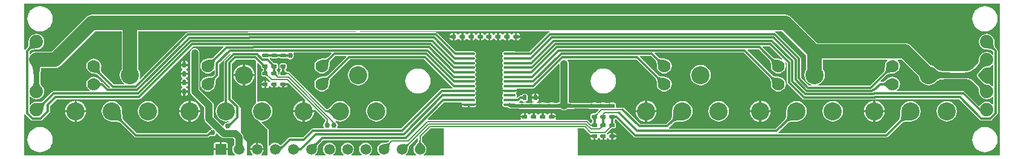
<source format=gbl>
G04 Layer_Physical_Order=2*
G04 Layer_Color=16750950*
%FSLAX25Y25*%
%MOIN*%
G70*
G01*
G75*
%ADD10C,0.00787*%
%ADD11C,0.07874*%
%ADD12C,0.03937*%
%ADD13C,0.01181*%
%ADD14C,0.07400*%
%ADD15C,0.05905*%
%ADD16R,0.05905X0.05905*%
%ADD17C,0.07000*%
%ADD18C,0.10000*%
%ADD19C,0.02953*%
G04:AMPARAMS|DCode=20|XSize=30mil|YSize=22mil|CornerRadius=5.5mil|HoleSize=0mil|Usage=FLASHONLY|Rotation=270.000|XOffset=0mil|YOffset=0mil|HoleType=Round|Shape=RoundedRectangle|*
%AMROUNDEDRECTD20*
21,1,0.03000,0.01100,0,0,270.0*
21,1,0.01900,0.02200,0,0,270.0*
1,1,0.01100,-0.00550,-0.00950*
1,1,0.01100,-0.00550,0.00950*
1,1,0.01100,0.00550,0.00950*
1,1,0.01100,0.00550,-0.00950*
%
%ADD20ROUNDEDRECTD20*%
G04:AMPARAMS|DCode=21|XSize=30mil|YSize=22mil|CornerRadius=5.5mil|HoleSize=0mil|Usage=FLASHONLY|Rotation=0.000|XOffset=0mil|YOffset=0mil|HoleType=Round|Shape=RoundedRectangle|*
%AMROUNDEDRECTD21*
21,1,0.03000,0.01100,0,0,0.0*
21,1,0.01900,0.02200,0,0,0.0*
1,1,0.01100,0.00950,-0.00550*
1,1,0.01100,-0.00950,-0.00550*
1,1,0.01100,-0.00950,0.00550*
1,1,0.01100,0.00950,0.00550*
%
%ADD21ROUNDEDRECTD21*%
%ADD22R,0.09449X0.19173*%
%ADD23O,0.06693X0.01378*%
%ADD24C,0.01968*%
%ADD25C,0.02953*%
G36*
X109755Y142135D02*
X109789Y141782D01*
X109844Y141446D01*
X109922Y141125D01*
X110022Y140821D01*
X110145Y140531D01*
X110290Y140258D01*
X110457Y140000D01*
X110646Y139758D01*
X110858Y139532D01*
X105678D01*
X105889Y139758D01*
X106079Y140000D01*
X106246Y140258D01*
X106390Y140531D01*
X106513Y140821D01*
X106613Y141125D01*
X106691Y141446D01*
X106747Y141782D01*
X106780Y142135D01*
X106791Y142502D01*
X109744D01*
X109755Y142135D01*
D02*
G37*
G36*
X372435Y140491D02*
X372482Y140483D01*
X372552Y140476D01*
X372894Y140460D01*
X373661Y140453D01*
Y139272D01*
X372410Y139225D01*
Y140500D01*
X372435Y140491D01*
D02*
G37*
G36*
X344126Y139225D02*
X344100Y139234D01*
X344053Y139242D01*
X343983Y139249D01*
X343641Y139264D01*
X342874Y139272D01*
Y140453D01*
X344126Y140500D01*
Y139225D01*
D02*
G37*
G36*
X636581Y151439D02*
Y139900D01*
X636108Y139739D01*
X635941Y139956D01*
X635043Y140646D01*
X633996Y141079D01*
X633483Y141147D01*
X633379Y141209D01*
X633097Y141251D01*
X632844Y141309D01*
X632593Y141386D01*
X632346Y141483D01*
X632099Y141601D01*
X631854Y141739D01*
X631611Y141899D01*
X631368Y142081D01*
X631127Y142286D01*
X630874Y142525D01*
X630855Y142533D01*
X629074Y144314D01*
X629068Y144331D01*
X628719Y144719D01*
X628477Y145065D01*
X628314Y145389D01*
X628223Y145693D01*
X628194Y145984D01*
X628223Y146275D01*
X628314Y146579D01*
X628477Y146904D01*
X628719Y147250D01*
X629068Y147638D01*
X629074Y147655D01*
X630375Y148956D01*
X630394Y148963D01*
X630647Y149201D01*
X630886Y149399D01*
X631125Y149570D01*
X631365Y149716D01*
X631604Y149837D01*
X631844Y149934D01*
X632086Y150008D01*
X632330Y150060D01*
X632578Y150091D01*
X632859Y150100D01*
X632889Y150114D01*
X633996Y150259D01*
X635043Y150693D01*
X635941Y151382D01*
X636108Y151600D01*
X636581Y151439D01*
D02*
G37*
G36*
X578068Y154006D02*
X577942Y153908D01*
X577285Y153052D01*
X576872Y152055D01*
X576731Y150988D01*
X576717Y150954D01*
X576713Y150470D01*
X576655Y149611D01*
X576604Y149256D01*
X576538Y148933D01*
X576458Y148653D01*
X576368Y148414D01*
X576271Y148216D01*
X576168Y148059D01*
X576032Y147902D01*
X576015Y147850D01*
X568356Y140190D01*
X539826D01*
X539727Y140690D01*
X540698Y141093D01*
X541868Y141990D01*
X542766Y143160D01*
X543330Y144522D01*
X543522Y145984D01*
X543330Y147446D01*
X542766Y148808D01*
X542450Y149220D01*
Y154479D01*
X577908D01*
X578068Y154006D01*
D02*
G37*
G36*
X533298Y156728D02*
Y149220D01*
X532982Y148808D01*
X532418Y147446D01*
X532226Y145984D01*
X532418Y144522D01*
X532982Y143160D01*
X533880Y141990D01*
X535050Y141093D01*
X536021Y140690D01*
X535922Y140190D01*
X534831D01*
X530348Y144674D01*
Y155194D01*
X530348Y155194D01*
X530255Y155659D01*
X529992Y156053D01*
X516626Y169419D01*
X516232Y169682D01*
X516006Y169727D01*
X516056Y170227D01*
X519798D01*
X533298Y156728D01*
D02*
G37*
G36*
X143262Y142068D02*
X143330Y141964D01*
X143414Y141873D01*
X143514Y141794D01*
X143630Y141727D01*
X143762Y141672D01*
X143910Y141630D01*
X144074Y141599D01*
X144253Y141581D01*
X144449Y141575D01*
Y140394D01*
X144253Y140388D01*
X144074Y140369D01*
X143910Y140339D01*
X143762Y140296D01*
X143630Y140242D01*
X143514Y140175D01*
X143414Y140096D01*
X143330Y140004D01*
X143262Y139901D01*
X143210Y139785D01*
Y142183D01*
X143262Y142068D01*
D02*
G37*
G36*
X630693Y141802D02*
X630963Y141574D01*
X631237Y141368D01*
X631516Y141185D01*
X631799Y141024D01*
X632087Y140887D01*
X632379Y140773D01*
X632676Y140681D01*
X632977Y140613D01*
X633283Y140567D01*
X629206Y137372D01*
X629230Y137676D01*
X629224Y137976D01*
X629187Y138272D01*
X629119Y138565D01*
X629020Y138854D01*
X628890Y139139D01*
X628730Y139420D01*
X628538Y139698D01*
X628316Y139973D01*
X628063Y140243D01*
X630428Y142054D01*
X630693Y141802D01*
D02*
G37*
G36*
X344126Y136665D02*
X344100Y136674D01*
X344053Y136682D01*
X343983Y136689D01*
X343641Y136705D01*
X342874Y136713D01*
Y137894D01*
X344126Y137941D01*
Y136665D01*
D02*
G37*
G36*
X211609Y161397D02*
X206047Y155835D01*
X205996Y155818D01*
X205838Y155682D01*
X205681Y155580D01*
X205484Y155482D01*
X205245Y155392D01*
X204964Y155313D01*
X204642Y155246D01*
X204286Y155195D01*
X203427Y155137D01*
X202944Y155133D01*
X202910Y155119D01*
X201843Y154979D01*
X200846Y154566D01*
X199989Y153908D01*
X199332Y153052D01*
X198919Y152055D01*
X198778Y150984D01*
X198919Y149914D01*
X199332Y148917D01*
X199989Y148060D01*
X200846Y147403D01*
X201843Y146990D01*
X202913Y146849D01*
X203984Y146990D01*
X204981Y147403D01*
X205838Y148060D01*
X206219Y148557D01*
X206719Y148387D01*
Y146506D01*
X206047Y145835D01*
X205996Y145818D01*
X205838Y145682D01*
X205681Y145580D01*
X205484Y145482D01*
X205245Y145392D01*
X204964Y145313D01*
X204642Y145246D01*
X204286Y145195D01*
X203427Y145137D01*
X202944Y145133D01*
X202910Y145119D01*
X201843Y144979D01*
X200846Y144566D01*
X199989Y143908D01*
X199332Y143052D01*
X198919Y142055D01*
X198778Y140984D01*
X198919Y139914D01*
X199332Y138917D01*
X199989Y138060D01*
X200846Y137403D01*
X201843Y136990D01*
X202913Y136849D01*
X203984Y136990D01*
X204981Y137403D01*
X205838Y138060D01*
X206495Y138917D01*
X206908Y139914D01*
X207048Y140981D01*
X207063Y141014D01*
X207066Y141498D01*
X207124Y142357D01*
X207175Y142712D01*
X207242Y143035D01*
X207321Y143316D01*
X207411Y143555D01*
X207509Y143752D01*
X207611Y143909D01*
X207747Y144067D01*
X207764Y144118D01*
X208791Y145145D01*
X208791Y145145D01*
X209054Y145539D01*
X209146Y146003D01*
X209146Y146004D01*
Y151918D01*
X215204Y157975D01*
X215232Y157970D01*
X215397Y157427D01*
X212055Y154086D01*
X211792Y153692D01*
X211700Y153227D01*
X211700Y153227D01*
Y131473D01*
X211452Y131440D01*
X210089Y130876D01*
X208919Y129978D01*
X208022Y128808D01*
X207457Y127446D01*
X207265Y125984D01*
X207457Y124522D01*
X208022Y123160D01*
X208919Y121990D01*
X210089Y121093D01*
X211452Y120528D01*
X212913Y120336D01*
X214292Y120517D01*
X214557Y120350D01*
X214763Y120148D01*
X214761Y120059D01*
X214670Y119973D01*
X214600Y119917D01*
X214536Y119873D01*
X214477Y119841D01*
X214425Y119819D01*
X214378Y119804D01*
X214335Y119796D01*
X214293Y119792D01*
X214248Y119794D01*
X214166Y119806D01*
X214056Y119778D01*
X213779Y119833D01*
X212969Y119672D01*
X212282Y119213D01*
X211823Y118526D01*
X211728Y118048D01*
X211186Y117884D01*
X206154Y122915D01*
Y129113D01*
X206066Y129784D01*
X205807Y130409D01*
X205396Y130945D01*
X198260Y138081D01*
Y158268D01*
X198172Y158938D01*
X197913Y159563D01*
X197501Y160100D01*
X196965Y160511D01*
X196340Y160770D01*
X195669Y160858D01*
X194999Y160770D01*
X194374Y160511D01*
X193837Y160100D01*
X193426Y159563D01*
X193167Y158938D01*
X193079Y158268D01*
Y137008D01*
X193167Y136337D01*
X193426Y135713D01*
X193837Y135176D01*
X200973Y128040D01*
Y121842D01*
X201061Y121171D01*
X201320Y120546D01*
X201732Y120010D01*
X205086Y116655D01*
X204941Y116177D01*
X204702Y116129D01*
X204015Y115670D01*
X203825Y115386D01*
X203770Y115363D01*
X202558Y114154D01*
X202532Y114091D01*
X202253Y113812D01*
X163810D01*
X156485Y121137D01*
X156470Y121186D01*
X156295Y121395D01*
X156158Y121624D01*
X156026Y121924D01*
X155905Y122296D01*
X155800Y122737D01*
X155715Y123231D01*
X155573Y125174D01*
X155570Y125937D01*
X155565Y125950D01*
X155570Y125984D01*
X155377Y127446D01*
X154813Y128808D01*
X153915Y129978D01*
X152745Y130876D01*
X151383Y131440D01*
X149921Y131633D01*
X148459Y131440D01*
X147097Y130876D01*
X145927Y129978D01*
X145030Y128808D01*
X144465Y127446D01*
X144273Y125984D01*
X144465Y124522D01*
X145030Y123160D01*
X145927Y121990D01*
X147097Y121093D01*
X148459Y120528D01*
X149921Y120336D01*
X149956Y120341D01*
X149969Y120335D01*
X150737Y120332D01*
X152092Y120260D01*
X152660Y120193D01*
X153169Y120106D01*
X153610Y120001D01*
X153981Y119880D01*
X154281Y119747D01*
X154511Y119610D01*
X154720Y119436D01*
X154768Y119421D01*
X162449Y111740D01*
X162449Y111740D01*
X162843Y111477D01*
X163307Y111384D01*
X163307Y111385D01*
X202756D01*
X202756Y111384D01*
X203220Y111477D01*
X203614Y111740D01*
X204019Y112145D01*
X204042Y112149D01*
X204074Y112196D01*
X204127Y112216D01*
X204221Y112304D01*
X204287Y112358D01*
X204339Y112392D01*
X204357Y112401D01*
X204445Y112389D01*
X204702Y112217D01*
X205512Y112056D01*
X206322Y112217D01*
X207009Y112676D01*
X207468Y113363D01*
X207515Y113603D01*
X207994Y113748D01*
X209902Y111839D01*
X210439Y111428D01*
X211064Y111169D01*
X211734Y111081D01*
X216948D01*
X217409Y110620D01*
Y109040D01*
X217382Y108974D01*
X217381Y108644D01*
X217358Y107656D01*
X217337Y107388D01*
X217334Y107361D01*
X216897Y106792D01*
X216539Y105927D01*
X216417Y105000D01*
X216539Y104073D01*
X216897Y103208D01*
X217466Y102466D01*
X217910Y102126D01*
X217740Y101626D01*
X214174D01*
X213756Y102047D01*
Y104409D01*
X206244D01*
Y102047D01*
X205826Y101626D01*
X101626D01*
Y124159D01*
X102126Y124310D01*
X102282Y124077D01*
X105218Y121141D01*
X105218Y121141D01*
X105611Y120878D01*
X106076Y120785D01*
X110582D01*
X110582Y120785D01*
X111046Y120878D01*
X111440Y121141D01*
X115425Y125126D01*
X115425Y125126D01*
X115688Y125520D01*
X115781Y125984D01*
Y129025D01*
X119400Y132644D01*
X164961D01*
X164961Y132644D01*
X165425Y132737D01*
X165819Y133000D01*
X194678Y161859D01*
X211418D01*
X211609Y161397D01*
D02*
G37*
G36*
X426778Y120200D02*
X426795Y119988D01*
X426824Y119801D01*
X426865Y119639D01*
X426918Y119502D01*
X426982Y119390D01*
X427058Y119302D01*
X427145Y119240D01*
X427245Y119203D01*
X427355Y119190D01*
X425007D01*
X425118Y119203D01*
X425217Y119240D01*
X425304Y119302D01*
X425380Y119390D01*
X425445Y119502D01*
X425497Y119639D01*
X425538Y119801D01*
X425567Y119988D01*
X425585Y120200D01*
X425591Y120437D01*
X426772D01*
X426778Y120200D01*
D02*
G37*
G36*
X416935D02*
X416953Y119988D01*
X416982Y119801D01*
X417023Y119639D01*
X417075Y119502D01*
X417139Y119390D01*
X417215Y119302D01*
X417303Y119240D01*
X417402Y119203D01*
X417513Y119190D01*
X415164D01*
X415275Y119203D01*
X415374Y119240D01*
X415462Y119302D01*
X415538Y119390D01*
X415602Y119502D01*
X415655Y119639D01*
X415695Y119801D01*
X415725Y119988D01*
X415742Y120200D01*
X415748Y120437D01*
X416929D01*
X416935Y120200D01*
D02*
G37*
G36*
X421856D02*
X421874Y119988D01*
X421903Y119801D01*
X421944Y119639D01*
X421996Y119502D01*
X422061Y119390D01*
X422136Y119302D01*
X422224Y119240D01*
X422323Y119203D01*
X422434Y119190D01*
X420085D01*
X420196Y119203D01*
X420296Y119240D01*
X420383Y119302D01*
X420459Y119390D01*
X420523Y119502D01*
X420576Y119639D01*
X420617Y119801D01*
X420646Y119988D01*
X420663Y120200D01*
X420669Y120437D01*
X421850D01*
X421856Y120200D01*
D02*
G37*
G36*
X578367Y138534D02*
X578008Y138888D01*
X577327Y139483D01*
X577004Y139724D01*
X576693Y139929D01*
X576394Y140096D01*
X576107Y140226D01*
X575831Y140319D01*
X575568Y140375D01*
X575316Y140394D01*
Y141575D01*
X575568Y141593D01*
X575831Y141649D01*
X576107Y141742D01*
X576394Y141872D01*
X576693Y142040D01*
X577004Y142244D01*
X577327Y142486D01*
X578008Y143081D01*
X578367Y143434D01*
Y138534D01*
D02*
G37*
G36*
X421260Y117567D02*
X421245Y117559D01*
X421214Y117534D01*
X421105Y117433D01*
X420910Y117242D01*
X421275Y117071D01*
X421197Y117096D01*
X421111Y117104D01*
X421019Y117093D01*
X420919Y117063D01*
X420811Y117016D01*
X420696Y116949D01*
X420573Y116865D01*
X420443Y116762D01*
X420306Y116641D01*
X420161Y116502D01*
X419302Y116757D01*
X419459Y116919D01*
X419698Y117202D01*
X419782Y117324D01*
X419841Y117432D01*
X419876Y117527D01*
X419887Y117608D01*
X419873Y117676D01*
X419835Y117731D01*
X419773Y117772D01*
X420136Y117603D01*
X420669Y118158D01*
X421260Y117567D01*
D02*
G37*
G36*
X514558Y145161D02*
X514784Y145015D01*
X515044Y144886D01*
X515340Y144775D01*
X515669Y144682D01*
X516034Y144606D01*
X516433Y144549D01*
X517336Y144488D01*
X517839Y144484D01*
X514374Y141019D01*
X514370Y141523D01*
X514309Y142425D01*
X514252Y142824D01*
X514177Y143189D01*
X514084Y143519D01*
X513973Y143814D01*
X513844Y144074D01*
X513697Y144300D01*
X513532Y144491D01*
X514367Y145326D01*
X514558Y145161D01*
D02*
G37*
G36*
X451566D02*
X451792Y145015D01*
X452052Y144886D01*
X452347Y144775D01*
X452677Y144682D01*
X453042Y144606D01*
X453441Y144549D01*
X454344Y144488D01*
X454847Y144484D01*
X451382Y141019D01*
X451378Y141523D01*
X451317Y142425D01*
X451260Y142824D01*
X451185Y143189D01*
X451091Y143519D01*
X450980Y143814D01*
X450851Y144074D01*
X450705Y144300D01*
X450540Y144491D01*
X451375Y145326D01*
X451566Y145161D01*
D02*
G37*
G36*
X344126Y141784D02*
X344100Y141793D01*
X344053Y141800D01*
X343983Y141808D01*
X343641Y141823D01*
X342874Y141831D01*
Y143012D01*
X344126Y143059D01*
Y141784D01*
D02*
G37*
G36*
X628585Y148072D02*
X628209Y147655D01*
X627917Y147237D01*
X627708Y146819D01*
X627583Y146402D01*
X627541Y145984D01*
X627583Y145567D01*
X627708Y145149D01*
X627917Y144731D01*
X628209Y144314D01*
X628585Y143896D01*
X625886Y142420D01*
X625460Y142817D01*
X625016Y143172D01*
X624555Y143485D01*
X624077Y143756D01*
X623582Y143986D01*
X623069Y144174D01*
X622539Y144320D01*
X621992Y144424D01*
X621427Y144487D01*
X620845Y144508D01*
Y147461D01*
X621427Y147482D01*
X621992Y147544D01*
X622539Y147649D01*
X623069Y147795D01*
X623582Y147983D01*
X624077Y148212D01*
X624555Y148484D01*
X625016Y148797D01*
X625460Y149152D01*
X625886Y149549D01*
X628585Y148072D01*
D02*
G37*
G36*
X231815Y151469D02*
X231836Y151410D01*
X232258Y150958D01*
X232399Y150782D01*
X232508Y150627D01*
X232523Y150601D01*
Y150285D01*
X232549Y150156D01*
X232536Y150119D01*
X232560Y150070D01*
X232551Y150017D01*
X232586Y149967D01*
X232612Y149836D01*
X232867Y149456D01*
X233003Y149364D01*
X233012Y149343D01*
X233073Y149317D01*
X233247Y149201D01*
X233331Y149185D01*
X233341Y149157D01*
X233366Y149061D01*
X233386Y148927D01*
X233394Y148835D01*
X233386Y148742D01*
X233366Y148608D01*
X233341Y148512D01*
X233331Y148485D01*
X233247Y148468D01*
X233073Y148352D01*
X233012Y148327D01*
X233003Y148305D01*
X232867Y148214D01*
X232612Y147833D01*
X232523Y147385D01*
Y146285D01*
X232612Y145836D01*
X232867Y145456D01*
X233247Y145201D01*
X233696Y145112D01*
X234802D01*
X234863Y145077D01*
X234939Y145025D01*
X235165Y144835D01*
X235294Y144711D01*
X235363Y144684D01*
X235415Y144632D01*
X235435Y144608D01*
X235439Y144608D01*
X237300Y142747D01*
X237351Y142458D01*
X237216Y142266D01*
X236610Y142273D01*
X236560Y142349D01*
X236118Y142645D01*
X235596Y142748D01*
X235236D01*
Y140835D01*
Y138921D01*
X235596D01*
X236118Y139025D01*
X236560Y139321D01*
X236856Y139763D01*
X236862Y139797D01*
X237237Y139855D01*
X237380Y139838D01*
X237653Y139431D01*
X238095Y139135D01*
X238617Y139031D01*
X238976D01*
Y140945D01*
X240158D01*
Y139031D01*
X240517D01*
X241039Y139135D01*
X241481Y139431D01*
X241771Y139864D01*
X241824Y139873D01*
X242231Y139873D01*
X242285Y139864D01*
X242574Y139431D01*
X243016Y139135D01*
X243538Y139031D01*
X243898D01*
Y140945D01*
X244488D01*
Y141535D01*
X246949D01*
X246969Y141550D01*
X247280Y141653D01*
X256745Y132189D01*
X256523Y131740D01*
X256496Y131744D01*
Y126575D01*
X261665D01*
X261662Y126602D01*
X262110Y126823D01*
X267688Y121246D01*
Y120513D01*
X267658Y120452D01*
X267654Y120359D01*
X267644Y120298D01*
X267628Y120232D01*
X267603Y120162D01*
X267568Y120087D01*
X267522Y120005D01*
X267464Y119918D01*
X267394Y119826D01*
X267310Y119729D01*
X267201Y119617D01*
X267188Y119583D01*
X266745Y118920D01*
X266584Y118110D01*
X266745Y117300D01*
X267031Y116871D01*
X266764Y116371D01*
X260827D01*
X260362Y116279D01*
X259968Y116016D01*
X259968Y116016D01*
X255403Y111450D01*
X248031D01*
X247567Y111358D01*
X247173Y111095D01*
X247173Y111094D01*
X243699Y107620D01*
X243645Y107601D01*
X243482Y107457D01*
X243363Y107376D01*
X243262Y107329D01*
X243174Y107306D01*
X243092Y107300D01*
X243001Y107311D01*
X242892Y107345D01*
X242761Y107409D01*
X242608Y107510D01*
X242415Y107672D01*
X242407Y107675D01*
X242403Y107682D01*
X242304Y107710D01*
X241792Y108103D01*
X240927Y108461D01*
X240000Y108583D01*
X239073Y108461D01*
X238208Y108103D01*
X237466Y107534D01*
X236976Y106895D01*
X236528Y106996D01*
X236476Y107025D01*
Y115748D01*
X236286Y116207D01*
X232593Y119901D01*
X232814Y120349D01*
X232913Y120336D01*
X234375Y120528D01*
X235738Y121093D01*
X236907Y121990D01*
X237805Y123160D01*
X238369Y124522D01*
X238562Y125984D01*
X238369Y127446D01*
X237805Y128808D01*
X236907Y129978D01*
X235738Y130876D01*
X234375Y131440D01*
X232913Y131633D01*
X231452Y131440D01*
X230593Y131084D01*
X230177Y131362D01*
Y152453D01*
X230639Y152644D01*
X231815Y151469D01*
D02*
G37*
G36*
X372435Y143050D02*
X372482Y143042D01*
X372552Y143035D01*
X372894Y143019D01*
X373661Y143012D01*
Y141831D01*
X372410Y141784D01*
Y143059D01*
X372435Y143050D01*
D02*
G37*
G36*
X414852Y118554D02*
X415921Y118575D01*
Y117740D01*
X415905Y117744D01*
X415865Y117748D01*
X415717Y117755D01*
X414852Y117763D01*
Y117627D01*
X414847Y117653D01*
X414830Y117676D01*
X414803Y117697D01*
X414765Y117715D01*
X414716Y117730D01*
X414657Y117742D01*
X414586Y117752D01*
X414413Y117762D01*
X414310Y117764D01*
Y118551D01*
X414413Y118552D01*
X414657Y118573D01*
X414716Y118585D01*
X414765Y118600D01*
X414803Y118618D01*
X414830Y118639D01*
X414847Y118662D01*
X414852Y118688D01*
Y118554D01*
D02*
G37*
G36*
X215864Y118573D02*
X215763Y118467D01*
X215587Y118252D01*
X215511Y118142D01*
X215444Y118031D01*
X215385Y117918D01*
X215334Y117804D01*
X215292Y117688D01*
X215258Y117571D01*
X215232Y117453D01*
X214071Y119163D01*
X214190Y119146D01*
X214306Y119142D01*
X214422Y119151D01*
X214537Y119173D01*
X214651Y119209D01*
X214764Y119257D01*
X214876Y119319D01*
X214986Y119394D01*
X215096Y119483D01*
X215205Y119584D01*
X215864Y118573D01*
D02*
G37*
G36*
X269101Y120293D02*
X269120Y120168D01*
X269152Y120043D01*
X269197Y119917D01*
X269254Y119792D01*
X269325Y119666D01*
X269408Y119541D01*
X269504Y119415D01*
X269613Y119290D01*
X269734Y119165D01*
X267667D01*
X267789Y119290D01*
X267898Y119415D01*
X267994Y119541D01*
X268077Y119666D01*
X268147Y119792D01*
X268205Y119917D01*
X268250Y120043D01*
X268282Y120168D01*
X268301Y120293D01*
X268307Y120419D01*
X269094D01*
X269101Y120293D01*
D02*
G37*
G36*
X426182Y117567D02*
X426167Y117559D01*
X426136Y117534D01*
X426026Y117433D01*
X425831Y117242D01*
X426196Y117071D01*
X426118Y117096D01*
X426033Y117104D01*
X425940Y117093D01*
X425840Y117063D01*
X425732Y117016D01*
X425617Y116949D01*
X425494Y116865D01*
X425365Y116762D01*
X425227Y116641D01*
X425083Y116502D01*
X424224Y116757D01*
X424380Y116919D01*
X424620Y117202D01*
X424703Y117324D01*
X424762Y117432D01*
X424797Y117527D01*
X424808Y117608D01*
X424794Y117676D01*
X424757Y117731D01*
X424695Y117772D01*
X425057Y117603D01*
X425591Y118158D01*
X426182Y117567D01*
D02*
G37*
G36*
X270247Y144491D02*
X270083Y144300D01*
X269936Y144074D01*
X269807Y143814D01*
X269696Y143519D01*
X269603Y143189D01*
X269528Y142824D01*
X269470Y142425D01*
X269409Y141523D01*
X269405Y141019D01*
X265940Y144484D01*
X266444Y144488D01*
X267347Y144549D01*
X267746Y144606D01*
X268110Y144682D01*
X268440Y144775D01*
X268735Y144886D01*
X268996Y145015D01*
X269221Y145161D01*
X269412Y145326D01*
X270247Y144491D01*
D02*
G37*
G36*
X207255D02*
X207091Y144300D01*
X206944Y144074D01*
X206815Y143814D01*
X206704Y143519D01*
X206611Y143189D01*
X206535Y142824D01*
X206478Y142425D01*
X206417Y141523D01*
X206413Y141019D01*
X202948Y144484D01*
X203452Y144488D01*
X204354Y144549D01*
X204754Y144606D01*
X205118Y144682D01*
X205448Y144775D01*
X205743Y144886D01*
X206003Y145015D01*
X206229Y145161D01*
X206420Y145326D01*
X207255Y144491D01*
D02*
G37*
G36*
X155345Y149220D02*
X155030Y148808D01*
X154465Y147446D01*
X154273Y145984D01*
X154465Y144522D01*
X155030Y143160D01*
X155927Y141990D01*
X156840Y141290D01*
X156670Y140790D01*
X151084D01*
X144457Y147417D01*
X144448Y147452D01*
X144425Y147466D01*
X144416Y147492D01*
X144272Y147660D01*
X144172Y147817D01*
X144085Y148004D01*
X144012Y148226D01*
X143958Y148484D01*
X143923Y148778D01*
X143910Y149100D01*
X143957Y149889D01*
X144019Y150331D01*
X143987Y150454D01*
X144057Y150984D01*
X143916Y152055D01*
X143503Y153052D01*
X142845Y153908D01*
X141989Y154566D01*
X140992Y154979D01*
X139921Y155120D01*
X138851Y154979D01*
X137854Y154566D01*
X136997Y153908D01*
X136340Y153052D01*
X135927Y152055D01*
X135786Y150984D01*
X135927Y149914D01*
X136340Y148917D01*
X136997Y148060D01*
X137854Y147403D01*
X138851Y146990D01*
X139220Y146941D01*
X139319Y146879D01*
X140328Y146709D01*
X141155Y146517D01*
X141493Y146415D01*
X141790Y146309D01*
X142041Y146201D01*
X142242Y146094D01*
X142394Y145993D01*
X142535Y145871D01*
X142587Y145854D01*
X148970Y139471D01*
X148778Y139009D01*
X148141D01*
X145307Y141843D01*
X144913Y142106D01*
X144587Y142171D01*
X144469Y142224D01*
X144296Y142229D01*
X144166Y142243D01*
X144060Y142262D01*
X143977Y142286D01*
X143918Y142311D01*
X143880Y142333D01*
X143857Y142351D01*
X143843Y142366D01*
X143832Y142382D01*
X143801Y142451D01*
X143720Y142527D01*
X143503Y143052D01*
X142845Y143908D01*
X141989Y144566D01*
X140992Y144979D01*
X139921Y145120D01*
X138851Y144979D01*
X137854Y144566D01*
X136997Y143908D01*
X136340Y143052D01*
X135927Y142055D01*
X135786Y140984D01*
X135927Y139914D01*
X136340Y138917D01*
X136997Y138060D01*
X137674Y137541D01*
X137504Y137041D01*
X117717D01*
X117717Y137041D01*
X117252Y136948D01*
X116858Y136685D01*
X111922Y131749D01*
X111876Y131735D01*
X111872Y131728D01*
X111864Y131725D01*
X111692Y131578D01*
X111525Y131472D01*
X111320Y131377D01*
X111074Y131295D01*
X110787Y131229D01*
X110457Y131182D01*
X110095Y131156D01*
X109217Y131172D01*
X108723Y131215D01*
X108615Y131181D01*
X108268Y131227D01*
X107145Y131079D01*
X106099Y130646D01*
X105201Y129956D01*
X104854Y129505D01*
X104354Y129674D01*
Y134105D01*
X104854Y134275D01*
X105201Y133823D01*
X106099Y133134D01*
X107145Y132700D01*
X108268Y132553D01*
X109390Y132700D01*
X110436Y133134D01*
X111335Y133823D01*
X112024Y134721D01*
X112457Y135767D01*
X112605Y136890D01*
X112457Y138012D01*
X112024Y139058D01*
X111344Y139945D01*
X111332Y139976D01*
X111140Y140181D01*
X110986Y140378D01*
X110850Y140587D01*
X110732Y140810D01*
X110631Y141049D01*
X110547Y141304D01*
X110481Y141576D01*
X110433Y141866D01*
X110404Y142175D01*
X110393Y142522D01*
X110385Y142541D01*
Y142899D01*
X110394Y142919D01*
X110406Y144333D01*
X110510Y146785D01*
X110715Y148735D01*
X110851Y149504D01*
X110942Y149873D01*
X118622D01*
X119806Y150029D01*
X120910Y150486D01*
X121858Y151213D01*
X140872Y170227D01*
X155345D01*
Y149220D01*
D02*
G37*
G36*
X154924Y125149D02*
X155069Y123152D01*
X155163Y122606D01*
X155279Y122120D01*
X155418Y121693D01*
X155580Y121325D01*
X155764Y121018D01*
X155971Y120770D01*
X155136Y119935D01*
X154888Y120141D01*
X154580Y120326D01*
X154213Y120487D01*
X153786Y120626D01*
X153299Y120742D01*
X152753Y120836D01*
X152147Y120907D01*
X150756Y120981D01*
X149971Y120984D01*
X154921Y125934D01*
X154924Y125149D01*
D02*
G37*
G36*
X431472Y126473D02*
X431456Y126477D01*
X431417Y126481D01*
X431268Y126488D01*
X430268Y126497D01*
Y127284D01*
X431472Y127308D01*
Y126473D01*
D02*
G37*
G36*
X429417Y124779D02*
X429400Y124784D01*
X429361Y124788D01*
X429212Y124794D01*
X428213Y124803D01*
Y125591D01*
X429417Y125615D01*
Y124779D01*
D02*
G37*
G36*
X418296Y124385D02*
X418140Y124223D01*
X417900Y123940D01*
X417816Y123818D01*
X417757Y123710D01*
X417722Y123615D01*
X417712Y123533D01*
X417725Y123465D01*
X417763Y123411D01*
X417825Y123369D01*
X417462Y123539D01*
X416929Y122984D01*
X416338Y123575D01*
X416353Y123583D01*
X416384Y123608D01*
X416494Y123708D01*
X416689Y123900D01*
X416324Y124071D01*
X416401Y124045D01*
X416487Y124038D01*
X416580Y124049D01*
X416680Y124079D01*
X416788Y124126D01*
X416903Y124192D01*
X417025Y124277D01*
X417155Y124379D01*
X417292Y124500D01*
X417437Y124640D01*
X418296Y124385D01*
D02*
G37*
G36*
X401114Y130299D02*
X401298Y130230D01*
X401552Y130169D01*
X401874Y130116D01*
X402724Y130034D01*
X404514Y129973D01*
X405248Y129969D01*
Y128000D01*
X404514Y127996D01*
X401552Y127800D01*
X401298Y127738D01*
X401114Y127669D01*
X400997Y127591D01*
Y130377D01*
X401114Y130299D01*
D02*
G37*
G36*
X590816Y120984D02*
X590031Y120981D01*
X588034Y120836D01*
X587488Y120742D01*
X587002Y120626D01*
X586575Y120487D01*
X586207Y120326D01*
X585900Y120141D01*
X585652Y119935D01*
X584816Y120770D01*
X585023Y121018D01*
X585208Y121325D01*
X585369Y121693D01*
X585508Y122120D01*
X585624Y122606D01*
X585718Y123152D01*
X585789Y123758D01*
X585863Y125149D01*
X585866Y125934D01*
X590816Y120984D01*
D02*
G37*
G36*
X415179Y127927D02*
X415138Y127941D01*
X415061Y127954D01*
X414946Y127964D01*
X414379Y127988D01*
X413102Y128000D01*
Y129969D01*
X415179Y130041D01*
Y127927D01*
D02*
G37*
G36*
X376793D02*
X376752Y127941D01*
X376675Y127954D01*
X376560Y127964D01*
X375993Y127988D01*
X374716Y128000D01*
Y129969D01*
X376793Y130041D01*
Y127927D01*
D02*
G37*
G36*
X427245Y121939D02*
X427145Y121902D01*
X427058Y121839D01*
X426982Y121752D01*
X426918Y121640D01*
X426865Y121503D01*
X426824Y121341D01*
X426795Y121153D01*
X426778Y120941D01*
X426772Y120705D01*
X425591D01*
X425585Y120941D01*
X425567Y121153D01*
X425538Y121341D01*
X425497Y121503D01*
X425445Y121640D01*
X425380Y121752D01*
X425304Y121839D01*
X425217Y121902D01*
X425118Y121939D01*
X425007Y121952D01*
X427355D01*
X427245Y121939D01*
D02*
G37*
G36*
X422323D02*
X422224Y121902D01*
X422136Y121839D01*
X422061Y121752D01*
X421996Y121640D01*
X421944Y121503D01*
X421903Y121341D01*
X421874Y121153D01*
X421856Y120941D01*
X421850Y120705D01*
X420669D01*
X420663Y120941D01*
X420646Y121153D01*
X420617Y121341D01*
X420576Y121503D01*
X420523Y121640D01*
X420459Y121752D01*
X420383Y121839D01*
X420296Y121902D01*
X420196Y121939D01*
X420085Y121952D01*
X422434D01*
X422323Y121939D01*
D02*
G37*
G36*
X417402D02*
X417303Y121902D01*
X417215Y121839D01*
X417139Y121752D01*
X417075Y121640D01*
X417023Y121503D01*
X416982Y121341D01*
X416953Y121153D01*
X416935Y120941D01*
X416929Y120705D01*
X415748D01*
X415742Y120941D01*
X415725Y121153D01*
X415695Y121341D01*
X415655Y121503D01*
X415602Y121640D01*
X415538Y121752D01*
X415462Y121839D01*
X415374Y121902D01*
X415275Y121939D01*
X415164Y121952D01*
X417513D01*
X417402Y121939D01*
D02*
G37*
G36*
X640107Y101626D02*
X407137D01*
Y115157D01*
X407014Y115780D01*
X406862Y116007D01*
X407129Y116507D01*
X410604D01*
X413576Y113535D01*
X413904Y113315D01*
X414039Y112778D01*
X414033Y112748D01*
X416339D01*
Y112157D01*
X416929D01*
Y110244D01*
X417289D01*
X417810Y110348D01*
X418253Y110643D01*
X418542Y111076D01*
X418596Y111086D01*
X419003D01*
X419056Y111076D01*
X419346Y110643D01*
X419788Y110348D01*
X420310Y110244D01*
X420669D01*
Y112157D01*
X421850D01*
Y110244D01*
X422210D01*
X422732Y110348D01*
X423174Y110643D01*
X423463Y111076D01*
X423517Y111086D01*
X423924D01*
X423978Y111076D01*
X424267Y110643D01*
X424709Y110348D01*
X425231Y110244D01*
X425591D01*
Y112157D01*
Y114071D01*
X425231D01*
X424709Y113967D01*
X424267Y113672D01*
X423978Y113239D01*
X423924Y113229D01*
X423517D01*
X423463Y113239D01*
X423174Y113672D01*
X423170Y113714D01*
X425387Y115931D01*
X425392Y115931D01*
X425412Y115955D01*
X425463Y116007D01*
X425533Y116034D01*
X425667Y116164D01*
X425781Y116264D01*
X425880Y116342D01*
X425963Y116399D01*
X426025Y116435D01*
X427131D01*
X427580Y116524D01*
X427960Y116778D01*
X428214Y117159D01*
X428304Y117607D01*
Y118708D01*
X428214Y119156D01*
X427960Y119537D01*
X427824Y119628D01*
X427815Y119649D01*
X427753Y119675D01*
X427580Y119791D01*
X427496Y119807D01*
X427485Y119835D01*
X427461Y119931D01*
X427440Y120065D01*
X427426Y120235D01*
X427421Y120453D01*
X427395Y120512D01*
Y120630D01*
X427421Y120689D01*
X427426Y120907D01*
X427440Y121077D01*
X427461Y121211D01*
X427485Y121307D01*
X427496Y121334D01*
X427580Y121351D01*
X427753Y121467D01*
X427815Y121492D01*
X428035Y121530D01*
X428252Y121503D01*
X428438Y121420D01*
X438095Y111763D01*
X438095Y111763D01*
X438489Y111500D01*
X438953Y111408D01*
X577503D01*
X577503Y111408D01*
X577968Y111500D01*
X578362Y111763D01*
X586019Y119421D01*
X586068Y119436D01*
X586277Y119610D01*
X586506Y119747D01*
X586806Y119880D01*
X587178Y120001D01*
X587618Y120106D01*
X588113Y120191D01*
X590056Y120332D01*
X590819Y120335D01*
X590832Y120341D01*
X590866Y120336D01*
X592328Y120528D01*
X593690Y121093D01*
X594860Y121990D01*
X595758Y123160D01*
X596322Y124522D01*
X596515Y125984D01*
X596322Y127446D01*
X595758Y128808D01*
X594860Y129978D01*
X593690Y130876D01*
X592328Y131440D01*
X590866Y131633D01*
X589404Y131440D01*
X588042Y130876D01*
X586872Y129978D01*
X585975Y128808D01*
X585410Y127446D01*
X585218Y125984D01*
X585222Y125950D01*
X585217Y125937D01*
X585214Y125168D01*
X585142Y123814D01*
X585075Y123245D01*
X584988Y122737D01*
X584882Y122296D01*
X584761Y121924D01*
X584629Y121624D01*
X584492Y121395D01*
X584318Y121186D01*
X584303Y121137D01*
X577001Y113835D01*
X518123D01*
X517942Y114335D01*
X523027Y119421D01*
X523075Y119436D01*
X523285Y119610D01*
X523514Y119747D01*
X523814Y119880D01*
X524186Y120001D01*
X524626Y120106D01*
X525121Y120191D01*
X527064Y120332D01*
X527827Y120335D01*
X527840Y120341D01*
X527874Y120336D01*
X529336Y120528D01*
X530698Y121093D01*
X531868Y121990D01*
X532766Y123160D01*
X533330Y124522D01*
X533522Y125984D01*
X533330Y127446D01*
X532766Y128808D01*
X531868Y129978D01*
X530698Y130876D01*
X529336Y131440D01*
X527874Y131633D01*
X526412Y131440D01*
X525050Y130876D01*
X523880Y129978D01*
X522982Y128808D01*
X522418Y127446D01*
X522226Y125984D01*
X522230Y125950D01*
X522225Y125937D01*
X522222Y125168D01*
X522150Y123814D01*
X522083Y123245D01*
X521996Y122737D01*
X521890Y122296D01*
X521769Y121924D01*
X521637Y121624D01*
X521500Y121395D01*
X521326Y121186D01*
X521311Y121137D01*
X516452Y116279D01*
X457506D01*
X457354Y116779D01*
X457473Y116858D01*
X460035Y119421D01*
X460083Y119436D01*
X460292Y119610D01*
X460522Y119747D01*
X460822Y119880D01*
X461193Y120001D01*
X461634Y120106D01*
X462129Y120191D01*
X464072Y120332D01*
X464834Y120335D01*
X464847Y120341D01*
X464882Y120336D01*
X466344Y120528D01*
X467706Y121093D01*
X468876Y121990D01*
X469773Y123160D01*
X470338Y124522D01*
X470530Y125984D01*
X470338Y127446D01*
X469773Y128808D01*
X468876Y129978D01*
X467706Y130876D01*
X466344Y131440D01*
X464882Y131633D01*
X463420Y131440D01*
X462058Y130876D01*
X460888Y129978D01*
X459990Y128808D01*
X459426Y127446D01*
X459234Y125984D01*
X459238Y125950D01*
X459233Y125937D01*
X459230Y125168D01*
X459157Y123814D01*
X459091Y123245D01*
X459003Y122737D01*
X458898Y122296D01*
X458777Y121924D01*
X458645Y121624D01*
X458508Y121395D01*
X458333Y121186D01*
X458318Y121137D01*
X456111Y118930D01*
X441567D01*
X432748Y127749D01*
X432354Y128012D01*
X431890Y128104D01*
X431425Y128012D01*
X431340Y127955D01*
X430256Y127934D01*
X430187Y127904D01*
X428708D01*
X428298Y128404D01*
X428304Y128434D01*
Y129534D01*
X428214Y129983D01*
X427960Y130363D01*
X427580Y130617D01*
X427131Y130707D01*
X425231D01*
X425063Y130673D01*
X425021Y130691D01*
X425010Y130686D01*
X424999Y130690D01*
X423256Y130629D01*
X423236Y130629D01*
X422697Y130652D01*
X422619Y130659D01*
X422562Y130669D01*
X422505Y130655D01*
X422420Y130691D01*
X422378Y130673D01*
X422210Y130707D01*
X420310D01*
X420141Y130673D01*
X420100Y130691D01*
X420089Y130686D01*
X420077Y130690D01*
X418335Y130629D01*
X418315Y130629D01*
X417775Y130652D01*
X417698Y130659D01*
X417641Y130669D01*
X417584Y130655D01*
X417498Y130691D01*
X417457Y130673D01*
X417289Y130707D01*
X415389D01*
X415220Y130673D01*
X415179Y130691D01*
X415167Y130686D01*
X415156Y130690D01*
X413079Y130617D01*
X413039Y130599D01*
X405295D01*
X405252Y130618D01*
X404527Y130622D01*
X402766Y130682D01*
X402197Y130737D01*
Y152362D01*
X402109Y153033D01*
X401850Y153657D01*
X401438Y154194D01*
X401611Y154692D01*
X439458D01*
X450031Y144118D01*
X450048Y144067D01*
X450184Y143909D01*
X450286Y143752D01*
X450384Y143555D01*
X450474Y143316D01*
X450553Y143035D01*
X450620Y142712D01*
X450671Y142357D01*
X450729Y141498D01*
X450733Y141014D01*
X450747Y140981D01*
X450887Y139914D01*
X451301Y138917D01*
X451958Y138060D01*
X452814Y137403D01*
X453812Y136990D01*
X454882Y136849D01*
X455952Y136990D01*
X456950Y137403D01*
X457806Y138060D01*
X458463Y138917D01*
X458876Y139914D01*
X459017Y140984D01*
X458876Y142055D01*
X458463Y143052D01*
X457806Y143908D01*
X456950Y144566D01*
X455952Y144979D01*
X454886Y145119D01*
X454852Y145133D01*
X454368Y145137D01*
X453509Y145195D01*
X453154Y145246D01*
X452831Y145313D01*
X452550Y145392D01*
X452311Y145482D01*
X452114Y145580D01*
X451957Y145682D01*
X451799Y145818D01*
X451748Y145835D01*
X441385Y156198D01*
X441576Y156660D01*
X447489D01*
X450031Y154118D01*
X450048Y154067D01*
X450184Y153909D01*
X450286Y153752D01*
X450384Y153555D01*
X450474Y153316D01*
X450553Y153035D01*
X450620Y152712D01*
X450671Y152357D01*
X450729Y151498D01*
X450733Y151014D01*
X450747Y150980D01*
X450887Y149914D01*
X451301Y148917D01*
X451958Y148060D01*
X452814Y147403D01*
X453812Y146990D01*
X454882Y146849D01*
X455952Y146990D01*
X456950Y147403D01*
X457806Y148060D01*
X458463Y148917D01*
X458876Y149914D01*
X459017Y150984D01*
X458876Y152055D01*
X458463Y153052D01*
X457806Y153908D01*
X456950Y154566D01*
X455952Y154979D01*
X454886Y155119D01*
X454852Y155133D01*
X454368Y155137D01*
X453509Y155195D01*
X453154Y155246D01*
X452831Y155313D01*
X452550Y155392D01*
X452311Y155482D01*
X452114Y155580D01*
X451957Y155682D01*
X451799Y155818D01*
X451748Y155835D01*
X449604Y157979D01*
X449795Y158441D01*
X498700D01*
X513023Y144118D01*
X513040Y144067D01*
X513176Y143909D01*
X513278Y143752D01*
X513376Y143555D01*
X513466Y143316D01*
X513545Y143035D01*
X513612Y142712D01*
X513663Y142357D01*
X513721Y141498D01*
X513725Y141014D01*
X513739Y140981D01*
X513880Y139914D01*
X514293Y138917D01*
X514950Y138060D01*
X515806Y137403D01*
X516804Y136990D01*
X517874Y136849D01*
X518944Y136990D01*
X519942Y137403D01*
X520798Y138060D01*
X521455Y138917D01*
X521869Y139914D01*
X522009Y140984D01*
X521869Y142055D01*
X521455Y143052D01*
X520798Y143908D01*
X519942Y144566D01*
X518944Y144979D01*
X517878Y145119D01*
X517844Y145133D01*
X517360Y145137D01*
X516501Y145195D01*
X516146Y145246D01*
X515823Y145313D01*
X515542Y145392D01*
X515303Y145482D01*
X515106Y145580D01*
X514949Y145682D01*
X514791Y145818D01*
X514740Y145835D01*
X500814Y159760D01*
X501006Y160222D01*
X506919D01*
X513023Y154118D01*
X513040Y154067D01*
X513176Y153909D01*
X513278Y153752D01*
X513376Y153555D01*
X513466Y153316D01*
X513545Y153035D01*
X513612Y152712D01*
X513663Y152357D01*
X513721Y151498D01*
X513725Y151014D01*
X513739Y150980D01*
X513880Y149914D01*
X514293Y148917D01*
X514950Y148060D01*
X515806Y147403D01*
X516804Y146990D01*
X517874Y146849D01*
X518944Y146990D01*
X519942Y147403D01*
X520798Y148060D01*
X521455Y148917D01*
X521869Y149914D01*
X522009Y150984D01*
X521869Y152055D01*
X521568Y152780D01*
X521992Y153063D01*
X522577Y152478D01*
Y141957D01*
X522577Y141957D01*
X522669Y141493D01*
X522932Y141099D01*
X531257Y132775D01*
X531257Y132775D01*
X531650Y132512D01*
X532115Y132419D01*
X532115Y132419D01*
X571071D01*
X571071Y132419D01*
X571536Y132512D01*
X571735Y132644D01*
X617607D01*
X629111Y121141D01*
X629111Y121141D01*
X629505Y120878D01*
X629969Y120785D01*
X634900D01*
X634900Y120785D01*
X635364Y120878D01*
X635758Y121141D01*
X638654Y124036D01*
X638654Y124036D01*
X638917Y124430D01*
X639009Y124895D01*
X639009Y124895D01*
Y159449D01*
X638917Y159913D01*
X638654Y160307D01*
X638654Y160307D01*
X637920Y161040D01*
X637904Y161091D01*
X637761Y161257D01*
X637655Y161424D01*
X637554Y161634D01*
X637461Y161889D01*
X637381Y162189D01*
X637315Y162534D01*
X637266Y162915D01*
X637218Y163833D01*
X637222Y164351D01*
X637204Y164396D01*
X637211Y164449D01*
X637063Y165571D01*
X636630Y166617D01*
X635941Y167516D01*
X635043Y168205D01*
X633996Y168638D01*
X632874Y168786D01*
X631751Y168638D01*
X630705Y168205D01*
X629807Y167516D01*
X629118Y166617D01*
X628685Y165571D01*
X628537Y164449D01*
X628685Y163326D01*
X629118Y162280D01*
X629807Y161382D01*
X630705Y160693D01*
X631751Y160259D01*
X632788Y160123D01*
X632841Y160100D01*
X633368Y160088D01*
X634300Y160016D01*
X634687Y159958D01*
X635037Y159885D01*
X635341Y159799D01*
X635600Y159703D01*
X635811Y159600D01*
X635977Y159493D01*
X636140Y159353D01*
X636191Y159336D01*
X636581Y158946D01*
Y157458D01*
X636108Y157298D01*
X635941Y157516D01*
X635043Y158205D01*
X633996Y158638D01*
X632874Y158786D01*
X631751Y158638D01*
X630705Y158205D01*
X629807Y157516D01*
X629118Y156617D01*
X628685Y155571D01*
X628539Y154464D01*
X628525Y154434D01*
X628516Y154153D01*
X628485Y153905D01*
X628433Y153661D01*
X628359Y153419D01*
X628262Y153179D01*
X628141Y152939D01*
X627995Y152700D01*
X627824Y152461D01*
X627626Y152222D01*
X627388Y151969D01*
X627381Y151950D01*
X625462Y150031D01*
X625443Y150024D01*
X625035Y149644D01*
X624630Y149320D01*
X624212Y149036D01*
X623780Y148790D01*
X623333Y148583D01*
X622870Y148414D01*
X622392Y148282D01*
X621895Y148187D01*
X621380Y148130D01*
X620822Y148110D01*
X620804Y148101D01*
X612416D01*
X612396Y148110D01*
X610982Y148123D01*
X608530Y148226D01*
X607218Y148364D01*
X607134Y148392D01*
X606762Y148552D01*
X606389Y148751D01*
X606017Y148987D01*
X605644Y149264D01*
X605272Y149581D01*
X604887Y149952D01*
X604877Y149956D01*
X604860Y149978D01*
X603690Y150876D01*
X602328Y151440D01*
X601814Y151508D01*
X591031Y162291D01*
X590083Y163018D01*
X588980Y163475D01*
X587795Y163631D01*
X539337D01*
X524930Y178039D01*
X523982Y178766D01*
X522878Y179223D01*
X521694Y179379D01*
X138976D01*
X137792Y179223D01*
X136688Y178766D01*
X135741Y178039D01*
X116727Y159025D01*
X108268D01*
X107083Y158869D01*
X105980Y158412D01*
X105032Y157685D01*
X104827Y157418D01*
X104354Y157579D01*
Y158818D01*
X104905Y159369D01*
X104956Y159386D01*
X105120Y159527D01*
X105286Y159634D01*
X105497Y159736D01*
X105754Y159830D01*
X106056Y159913D01*
X106404Y159983D01*
X106788Y160036D01*
X107713Y160096D01*
X108235Y160100D01*
X108265Y160112D01*
X108268Y160112D01*
X109390Y160259D01*
X110436Y160693D01*
X111335Y161382D01*
X112024Y162280D01*
X112457Y163326D01*
X112605Y164449D01*
X112457Y165571D01*
X112024Y166617D01*
X111335Y167516D01*
X110436Y168205D01*
X109390Y168638D01*
X108268Y168786D01*
X107145Y168638D01*
X106099Y168205D01*
X105201Y167516D01*
X104512Y166617D01*
X104078Y165571D01*
X103931Y164449D01*
X103931Y164446D01*
X103919Y164416D01*
X103915Y163894D01*
X103855Y162969D01*
X103802Y162585D01*
X103732Y162237D01*
X103649Y161935D01*
X103555Y161678D01*
X103452Y161468D01*
X103346Y161301D01*
X103205Y161137D01*
X103188Y161086D01*
X102282Y160180D01*
X102126Y159946D01*
X101626Y160098D01*
Y185382D01*
X640107D01*
Y101626D01*
D02*
G37*
G36*
X421654Y124223D02*
X421702Y123386D01*
X421713Y123363D01*
X420807D01*
X420818Y123386D01*
X420828Y123428D01*
X420837Y123487D01*
X420851Y123660D01*
X420865Y124223D01*
X420866Y124409D01*
X421654D01*
X421654Y124223D01*
D02*
G37*
G36*
X271930Y122951D02*
X271532Y123453D01*
X270759Y124297D01*
X270384Y124641D01*
X270018Y124931D01*
X269659Y125168D01*
X269309Y125353D01*
X268967Y125485D01*
X268632Y125564D01*
X268306Y125591D01*
Y126378D01*
X268632Y126404D01*
X268967Y126484D01*
X269309Y126616D01*
X269659Y126800D01*
X270018Y127038D01*
X270384Y127328D01*
X270759Y127671D01*
X271141Y128067D01*
X271930Y129017D01*
Y122951D01*
D02*
G37*
G36*
X427538Y123829D02*
X427570Y123776D01*
X427623Y123729D01*
X427697Y123688D01*
X427793Y123653D01*
X427910Y123625D01*
X428048Y123603D01*
X428208Y123587D01*
X428590Y123575D01*
Y122394D01*
X428389Y122391D01*
X428048Y122365D01*
X427910Y122344D01*
X427793Y122315D01*
X427697Y122281D01*
X427623Y122240D01*
X427570Y122193D01*
X427538Y122140D01*
X427527Y122080D01*
Y123889D01*
X427538Y123829D01*
D02*
G37*
G36*
X372435Y132814D02*
X372482Y132806D01*
X372552Y132799D01*
X372894Y132783D01*
X373661Y132776D01*
Y131595D01*
X372410Y131547D01*
Y132823D01*
X372435Y132814D01*
D02*
G37*
G36*
X344126Y131547D02*
X344100Y131556D01*
X344053Y131564D01*
X343983Y131571D01*
X343641Y131587D01*
X342874Y131595D01*
Y132776D01*
X344126Y132823D01*
Y131547D01*
D02*
G37*
G36*
X113039Y130314D02*
X112879Y130128D01*
X112731Y129899D01*
X112594Y129629D01*
X112468Y129317D01*
X112354Y128963D01*
X112251Y128567D01*
X112079Y127649D01*
X112011Y127128D01*
X111953Y126565D01*
X108666Y130568D01*
X109183Y130523D01*
X110113Y130507D01*
X110526Y130536D01*
X110905Y130590D01*
X111250Y130669D01*
X111561Y130772D01*
X111837Y130901D01*
X112079Y131054D01*
X112287Y131233D01*
X113039Y130314D01*
D02*
G37*
G36*
X376636Y132447D02*
X376625Y132528D01*
X376594Y132601D01*
X376542Y132665D01*
X376468Y132720D01*
X376374Y132767D01*
X376259Y132806D01*
X376124Y132836D01*
X375967Y132857D01*
X375789Y132870D01*
X375590Y132874D01*
Y134055D01*
X375789Y134059D01*
X376124Y134093D01*
X376259Y134123D01*
X376374Y134162D01*
X376468Y134209D01*
X376542Y134264D01*
X376594Y134328D01*
X376625Y134401D01*
X376636Y134482D01*
Y132447D01*
D02*
G37*
G36*
X344126Y134106D02*
X344100Y134115D01*
X344053Y134123D01*
X343983Y134130D01*
X343641Y134146D01*
X342874Y134153D01*
Y135335D01*
X344126Y135382D01*
Y134106D01*
D02*
G37*
G36*
X464832Y120984D02*
X464047Y120981D01*
X462050Y120836D01*
X461504Y120742D01*
X461017Y120626D01*
X460590Y120487D01*
X460223Y120326D01*
X459915Y120141D01*
X459667Y119935D01*
X458832Y120770D01*
X459039Y121018D01*
X459223Y121325D01*
X459385Y121693D01*
X459524Y122120D01*
X459640Y122606D01*
X459734Y123152D01*
X459805Y123758D01*
X459879Y125149D01*
X459882Y125934D01*
X464832Y120984D01*
D02*
G37*
G36*
X527824D02*
X527039Y120981D01*
X525042Y120836D01*
X524496Y120742D01*
X524009Y120626D01*
X523582Y120487D01*
X523215Y120326D01*
X522907Y120141D01*
X522659Y119935D01*
X521824Y120770D01*
X522031Y121018D01*
X522215Y121325D01*
X522377Y121693D01*
X522516Y122120D01*
X522632Y122606D01*
X522726Y123152D01*
X522797Y123758D01*
X522871Y125149D01*
X522874Y125934D01*
X527824Y120984D01*
D02*
G37*
G36*
X381714Y127927D02*
X381674Y127941D01*
X381596Y127954D01*
X381482Y127964D01*
X380914Y127988D01*
X380869Y127989D01*
X379113Y127927D01*
Y130041D01*
X379153Y130027D01*
X379230Y130015D01*
X379345Y130004D01*
X379912Y129980D01*
X379958Y129980D01*
X381714Y130041D01*
Y127927D01*
D02*
G37*
G36*
X398215Y127591D02*
X398099Y127669D01*
X397914Y127738D01*
X397661Y127800D01*
X397339Y127853D01*
X396489Y127935D01*
X395273Y127976D01*
X393877Y127927D01*
Y130041D01*
X393917Y130027D01*
X393994Y130015D01*
X394109Y130004D01*
X394676Y129980D01*
X394796Y129979D01*
X397661Y130169D01*
X397914Y130230D01*
X398099Y130299D01*
X398215Y130377D01*
Y127591D01*
D02*
G37*
G36*
X595343Y145036D02*
X595410Y144522D01*
X595974Y143160D01*
X596872Y141990D01*
X598042Y141093D01*
X599404Y140528D01*
X600866Y140336D01*
X602328Y140528D01*
X603690Y141093D01*
X604860Y141990D01*
X604877Y142013D01*
X604887Y142016D01*
X605272Y142387D01*
X605644Y142704D01*
X606017Y142981D01*
X606389Y143218D01*
X606762Y143416D01*
X607130Y143575D01*
X610991Y143846D01*
X612396Y143859D01*
X612416Y143867D01*
X620804D01*
X620822Y143859D01*
X621380Y143839D01*
X621895Y143782D01*
X622392Y143687D01*
X622871Y143555D01*
X623333Y143385D01*
X623780Y143178D01*
X624212Y142933D01*
X624630Y142649D01*
X625035Y142325D01*
X625443Y141945D01*
X625462Y141938D01*
X627545Y139854D01*
X627547Y139848D01*
X627557Y139842D01*
X627581Y139818D01*
X627589Y139799D01*
X627826Y139546D01*
X628018Y139309D01*
X628179Y139075D01*
X628312Y138843D01*
X628416Y138613D01*
X628494Y138385D01*
X628547Y138158D01*
X628576Y137928D01*
X628580Y137695D01*
X628558Y137425D01*
X628593Y137316D01*
X628537Y136890D01*
X628685Y135767D01*
X629118Y134721D01*
X629807Y133823D01*
X630705Y133134D01*
X631751Y132700D01*
X632874Y132553D01*
X633996Y132700D01*
X635043Y133134D01*
X635941Y133823D01*
X636108Y134041D01*
X636581Y133880D01*
Y129900D01*
X636108Y129739D01*
X635941Y129956D01*
X635043Y130646D01*
X633996Y131079D01*
X632874Y131227D01*
X631751Y131079D01*
X630705Y130646D01*
X629807Y129956D01*
X629184Y129145D01*
X628624Y128998D01*
X620937Y136685D01*
X620543Y136948D01*
X620079Y137041D01*
X620079Y137041D01*
X583283D01*
X583113Y137541D01*
X583790Y138060D01*
X584447Y138917D01*
X584861Y139914D01*
X585002Y140984D01*
X584861Y142055D01*
X584447Y143052D01*
X583790Y143908D01*
X582934Y144566D01*
X581937Y144979D01*
X580866Y145120D01*
X579796Y144979D01*
X578798Y144566D01*
X577945Y143911D01*
X577911Y143897D01*
X577566Y143557D01*
X576918Y142991D01*
X576630Y142776D01*
X576355Y142595D01*
X576101Y142453D01*
X575868Y142347D01*
X575659Y142277D01*
X575476Y142238D01*
X575268Y142222D01*
X575220Y142198D01*
X574504D01*
X574297Y142698D01*
X577732Y146133D01*
X577783Y146151D01*
X577941Y146286D01*
X578098Y146389D01*
X578296Y146486D01*
X578535Y146576D01*
X578815Y146656D01*
X579138Y146722D01*
X579493Y146773D01*
X580352Y146831D01*
X580836Y146835D01*
X580870Y146849D01*
X581937Y146990D01*
X582934Y147403D01*
X583790Y148060D01*
X584447Y148917D01*
X584861Y149914D01*
X585002Y150984D01*
X584861Y152055D01*
X584447Y153052D01*
X583790Y153908D01*
X583664Y154006D01*
X583824Y154479D01*
X585900D01*
X595343Y145036D01*
D02*
G37*
G36*
X386635Y127927D02*
X386595Y127941D01*
X386518Y127954D01*
X386403Y127964D01*
X385836Y127988D01*
X385790Y127989D01*
X384034Y127927D01*
Y130041D01*
X384074Y130027D01*
X384152Y130015D01*
X384266Y130004D01*
X384834Y129980D01*
X384879Y129980D01*
X386635Y130041D01*
Y127927D01*
D02*
G37*
G36*
X425021D02*
X424981Y127941D01*
X424903Y127954D01*
X424789Y127964D01*
X424221Y127988D01*
X424176Y127989D01*
X422420Y127927D01*
Y130041D01*
X422460Y130027D01*
X422538Y130015D01*
X422652Y130004D01*
X423220Y129980D01*
X423265Y129980D01*
X425021Y130041D01*
Y127927D01*
D02*
G37*
G36*
X420100D02*
X420060Y127941D01*
X419982Y127954D01*
X419867Y127964D01*
X419300Y127988D01*
X419255Y127989D01*
X417498Y127927D01*
Y130041D01*
X417539Y130027D01*
X417616Y130015D01*
X417731Y130004D01*
X418298Y129980D01*
X418343Y129980D01*
X420100Y130041D01*
Y127927D01*
D02*
G37*
G36*
X391557D02*
X391516Y127941D01*
X391439Y127954D01*
X391324Y127964D01*
X390757Y127988D01*
X390712Y127989D01*
X388955Y127927D01*
Y130041D01*
X388996Y130027D01*
X389073Y130015D01*
X389188Y130004D01*
X389755Y129980D01*
X389800Y129980D01*
X391557Y130041D01*
Y127927D01*
D02*
G37*
G36*
X110727Y151667D02*
X111053D01*
X110805Y151343D01*
X110582Y150898D01*
X110386Y150329D01*
X110215Y149639D01*
X110071Y148826D01*
X109862Y146833D01*
X109757Y144350D01*
X109744Y142925D01*
X106791D01*
X106778Y144350D01*
X106464Y148826D01*
X106320Y149639D01*
X106150Y150329D01*
X105953Y150898D01*
X105731Y151343D01*
X105482Y151667D01*
X105808D01*
X105678Y151806D01*
X110858D01*
X110727Y151667D01*
D02*
G37*
G36*
X240960Y157659D02*
X241032Y157600D01*
X241122Y157548D01*
X241230Y157503D01*
X241354Y157465D01*
X241496Y157433D01*
X241656Y157409D01*
X241833Y157392D01*
X242062Y157384D01*
X242399Y157409D01*
X242559Y157433D01*
X242701Y157465D01*
X242826Y157503D01*
X242933Y157548D01*
X243023Y157600D01*
X243095Y157659D01*
X243150Y157725D01*
Y155850D01*
X243095Y155915D01*
X243023Y155975D01*
X242933Y156027D01*
X242826Y156072D01*
X242701Y156110D01*
X242559Y156141D01*
X242399Y156166D01*
X242222Y156183D01*
X241993Y156191D01*
X241656Y156166D01*
X241496Y156141D01*
X241354Y156110D01*
X241230Y156072D01*
X241122Y156027D01*
X241032Y155975D01*
X240960Y155915D01*
X240905Y155850D01*
Y157725D01*
X240960Y157659D01*
D02*
G37*
G36*
X519953Y155102D02*
X519669Y154678D01*
X518944Y154979D01*
X517878Y155119D01*
X517844Y155133D01*
X517360Y155137D01*
X516501Y155195D01*
X516146Y155246D01*
X515823Y155313D01*
X515542Y155392D01*
X515303Y155482D01*
X515106Y155580D01*
X514949Y155682D01*
X514791Y155818D01*
X514740Y155835D01*
X509033Y161541D01*
X509225Y162003D01*
X513052D01*
X519953Y155102D01*
D02*
G37*
G36*
X271118Y157913D02*
X269040Y155835D01*
X268988Y155818D01*
X268830Y155682D01*
X268673Y155580D01*
X268476Y155482D01*
X268237Y155392D01*
X267956Y155313D01*
X267634Y155246D01*
X267278Y155195D01*
X266419Y155137D01*
X265936Y155133D01*
X265902Y155119D01*
X264835Y154979D01*
X263838Y154566D01*
X262981Y153908D01*
X262324Y153052D01*
X261911Y152055D01*
X261770Y150984D01*
X261911Y149914D01*
X262324Y148917D01*
X262981Y148060D01*
X263838Y147403D01*
X264835Y146990D01*
X265905Y146849D01*
X266976Y146990D01*
X267973Y147403D01*
X268830Y148060D01*
X269487Y148917D01*
X269900Y149914D01*
X270040Y150980D01*
X270055Y151014D01*
X270058Y151498D01*
X270116Y152357D01*
X270168Y152712D01*
X270234Y153035D01*
X270314Y153316D01*
X270403Y153555D01*
X270501Y153752D01*
X270603Y153909D01*
X270739Y154067D01*
X270756Y154118D01*
X273232Y156594D01*
X279145D01*
X279337Y156132D01*
X269040Y145835D01*
X268988Y145818D01*
X268830Y145682D01*
X268673Y145580D01*
X268476Y145482D01*
X268237Y145392D01*
X267956Y145313D01*
X267634Y145246D01*
X267278Y145195D01*
X266419Y145137D01*
X265936Y145133D01*
X265902Y145119D01*
X264835Y144979D01*
X263838Y144566D01*
X262981Y143908D01*
X262324Y143052D01*
X261911Y142055D01*
X261770Y140984D01*
X261911Y139914D01*
X262324Y138917D01*
X262981Y138060D01*
X263838Y137403D01*
X264835Y136990D01*
X265905Y136849D01*
X266976Y136990D01*
X267973Y137403D01*
X268830Y138060D01*
X269487Y138917D01*
X269900Y139914D01*
X270040Y140981D01*
X270055Y141014D01*
X270058Y141498D01*
X270116Y142357D01*
X270168Y142712D01*
X270234Y143035D01*
X270314Y143316D01*
X270403Y143555D01*
X270501Y143752D01*
X270603Y143909D01*
X270739Y144067D01*
X270756Y144118D01*
X281451Y154813D01*
X322211D01*
X338006Y139017D01*
X338004Y138961D01*
X337848Y138517D01*
X332185D01*
X332185Y138517D01*
X331720Y138425D01*
X331327Y138162D01*
X331327Y138162D01*
X309537Y116371D01*
X274574D01*
X274307Y116871D01*
X274593Y117300D01*
X274754Y118110D01*
X274593Y118920D01*
X274134Y119607D01*
X273595Y119967D01*
X273573Y120079D01*
X273354Y120407D01*
X273300Y120461D01*
X273584Y120885D01*
X274444Y120528D01*
X275905Y120336D01*
X277367Y120528D01*
X278730Y121093D01*
X279900Y121990D01*
X280797Y123160D01*
X281361Y124522D01*
X281554Y125984D01*
X281361Y127446D01*
X280797Y128808D01*
X279900Y129978D01*
X278730Y130876D01*
X277367Y131440D01*
X275905Y131633D01*
X274444Y131440D01*
X273081Y130876D01*
X271912Y129978D01*
X271552Y129510D01*
X271471Y129476D01*
X271459Y129447D01*
X271431Y129432D01*
X270657Y128501D01*
X270305Y128137D01*
X269962Y127823D01*
X269636Y127564D01*
X269327Y127359D01*
X269040Y127208D01*
X268774Y127105D01*
X268648Y127075D01*
X248062Y147661D01*
X247733Y147881D01*
X247345Y147958D01*
X246857D01*
X246790Y147988D01*
X246645Y147991D01*
X246540Y148000D01*
X246478Y148009D01*
X246401Y148124D01*
X246376Y148185D01*
X246354Y148194D01*
X246267Y148324D01*
X246131Y148415D01*
X246122Y148437D01*
X246060Y148462D01*
X245887Y148578D01*
X245823Y148866D01*
X245887Y149154D01*
X246060Y149270D01*
X246122Y149295D01*
X246131Y149317D01*
X246267Y149408D01*
X246521Y149789D01*
X246611Y150237D01*
Y151337D01*
X246521Y151786D01*
X246267Y152166D01*
X245887Y152421D01*
X245438Y152510D01*
X243538D01*
X243090Y152421D01*
X242709Y152166D01*
X242455Y151786D01*
X242366Y151337D01*
Y150237D01*
X242455Y149789D01*
X242709Y149408D01*
X242846Y149317D01*
X242855Y149295D01*
X242916Y149270D01*
X243090Y149154D01*
X243153Y148866D01*
X243090Y148578D01*
X242916Y148462D01*
X242855Y148437D01*
X242846Y148415D01*
X242709Y148324D01*
X242455Y147944D01*
X242366Y147495D01*
Y146423D01*
X242242Y146368D01*
X242033Y146322D01*
X241988Y146316D01*
X241689Y146597D01*
Y147495D01*
X241600Y147944D01*
X241346Y148324D01*
X241210Y148415D01*
X241201Y148437D01*
X241139Y148462D01*
X240966Y148578D01*
X240902Y148866D01*
X240966Y149154D01*
X241139Y149270D01*
X241201Y149295D01*
X241210Y149317D01*
X241346Y149408D01*
X241600Y149789D01*
X241689Y150237D01*
Y151337D01*
X241600Y151786D01*
X241346Y152166D01*
X240966Y152421D01*
X240517Y152510D01*
X239760D01*
X239758Y152511D01*
X239639Y152579D01*
X239500Y152675D01*
X239128Y152987D01*
X238919Y153189D01*
X238859Y153213D01*
X237249Y154822D01*
X237302Y155421D01*
X237731Y155433D01*
X237823Y155385D01*
X238168Y155154D01*
X238617Y155065D01*
X240517D01*
X240966Y155154D01*
X241246Y155341D01*
X241364Y155390D01*
X241374Y155416D01*
X241383Y155423D01*
X241403Y155433D01*
X241412Y155444D01*
X241451Y155461D01*
X241519Y155481D01*
X241615Y155502D01*
X241729Y155520D01*
X242006Y155541D01*
X242180Y155535D01*
X242319Y155521D01*
X242440Y155502D01*
X242536Y155481D01*
X242604Y155461D01*
X242643Y155444D01*
X242652Y155433D01*
X242672Y155423D01*
X242681Y155416D01*
X242691Y155390D01*
X242809Y155341D01*
X243090Y155154D01*
X243538Y155065D01*
X245438D01*
X245887Y155154D01*
X246167Y155341D01*
X246285Y155390D01*
X246648Y155358D01*
X246781Y155328D01*
X246833Y155280D01*
X246872Y155265D01*
X247521Y154832D01*
X248331Y154670D01*
X249141Y154832D01*
X249828Y155290D01*
X250287Y155977D01*
X250448Y156787D01*
X250287Y157598D01*
X250101Y157875D01*
X250368Y158375D01*
X270926D01*
X271118Y157913D01*
D02*
G37*
G36*
X247276Y155754D02*
X247186Y155838D01*
X247090Y155913D01*
X246987Y155980D01*
X246878Y156037D01*
X246763Y156086D01*
X246641Y156126D01*
X246516Y156156D01*
X246418Y156141D01*
X246275Y156110D01*
X246151Y156072D01*
X246044Y156027D01*
X245954Y155975D01*
X245881Y155915D01*
X245826Y155850D01*
Y157725D01*
X245881Y157659D01*
X245954Y157600D01*
X246044Y157548D01*
X246151Y157503D01*
X246275Y157465D01*
X246418Y157433D01*
X246516Y157419D01*
X246641Y157449D01*
X246763Y157489D01*
X246878Y157537D01*
X246987Y157595D01*
X247090Y157661D01*
X247186Y157737D01*
X247276Y157821D01*
Y155754D01*
D02*
G37*
G36*
X372435Y158404D02*
X372482Y158396D01*
X372552Y158389D01*
X372894Y158374D01*
X373661Y158366D01*
Y157185D01*
X372410Y157138D01*
Y158413D01*
X372435Y158404D01*
D02*
G37*
G36*
X343397Y158465D02*
X344131Y158423D01*
X344126Y158413D01*
Y157138D01*
X344072Y157166D01*
X343999Y157191D01*
X343907Y157213D01*
X343795Y157232D01*
X343515Y157262D01*
X343158Y157279D01*
X342724Y157285D01*
X343209Y158466D01*
X343397Y158465D01*
D02*
G37*
G36*
X372435Y155845D02*
X372482Y155837D01*
X372552Y155830D01*
X372894Y155815D01*
X373661Y155807D01*
Y154626D01*
X372410Y154579D01*
Y155854D01*
X372435Y155845D01*
D02*
G37*
G36*
Y153286D02*
X372482Y153278D01*
X372552Y153271D01*
X372894Y153256D01*
X373661Y153248D01*
Y152067D01*
X372410Y152020D01*
Y153295D01*
X372435Y153286D01*
D02*
G37*
G36*
X344126Y152020D02*
X344100Y152029D01*
X344053Y152037D01*
X343983Y152044D01*
X343641Y152059D01*
X342874Y152067D01*
Y153248D01*
X344126Y153295D01*
Y152020D01*
D02*
G37*
G36*
X514558Y155161D02*
X514784Y155015D01*
X515044Y154886D01*
X515340Y154775D01*
X515669Y154682D01*
X516034Y154606D01*
X516433Y154549D01*
X517336Y154488D01*
X517839Y154484D01*
X514374Y151019D01*
X514370Y151523D01*
X514309Y152425D01*
X514252Y152824D01*
X514177Y153189D01*
X514084Y153519D01*
X513973Y153814D01*
X513844Y154074D01*
X513697Y154300D01*
X513532Y154491D01*
X514367Y155326D01*
X514558Y155161D01*
D02*
G37*
G36*
X344126Y154579D02*
X344100Y154588D01*
X344053Y154596D01*
X343983Y154603D01*
X343641Y154619D01*
X342874Y154626D01*
Y155807D01*
X344126Y155854D01*
Y154579D01*
D02*
G37*
G36*
X320410Y109501D02*
X320461Y109291D01*
X320544Y109066D01*
X320661Y108828D01*
X320812Y108576D01*
X320996Y108310D01*
X321214Y108031D01*
X321749Y107430D01*
X322067Y107109D01*
X317933D01*
X318251Y107430D01*
X318786Y108031D01*
X319004Y108310D01*
X319188Y108576D01*
X319339Y108828D01*
X319456Y109066D01*
X319539Y109291D01*
X319590Y109501D01*
X319606Y109698D01*
X320394D01*
X320410Y109501D01*
D02*
G37*
G36*
X313940Y107477D02*
X313838Y107356D01*
X313736Y107193D01*
X313633Y106988D01*
X313530Y106741D01*
X313319Y106124D01*
X313106Y105339D01*
X312889Y104389D01*
X310669Y107876D01*
X311071Y107792D01*
X311795Y107699D01*
X312118Y107690D01*
X312415Y107705D01*
X312686Y107746D01*
X312931Y107812D01*
X313149Y107903D01*
X313342Y108018D01*
X313508Y108159D01*
X313940Y107477D01*
D02*
G37*
G36*
X238229Y155850D02*
X238168Y155924D01*
X238091Y155992D01*
X237998Y156051D01*
X237888Y156102D01*
X237762Y156146D01*
X237619Y156181D01*
X237461Y156209D01*
X237286Y156228D01*
X237060Y156237D01*
X236735Y156213D01*
X236575Y156188D01*
X236433Y156157D01*
X236308Y156119D01*
X236201Y156074D01*
X236111Y156022D01*
X236039Y155963D01*
X235984Y155897D01*
Y157773D01*
X236039Y157706D01*
X236111Y157648D01*
X236201Y157595D01*
X236308Y157550D01*
X236433Y157512D01*
X236575Y157481D01*
X236735Y157457D01*
X236911Y157439D01*
X237107Y157432D01*
X237407Y157463D01*
X237565Y157492D01*
X237718Y157530D01*
X237866Y157576D01*
X238008Y157631D01*
X238146Y157693D01*
X238279Y157765D01*
X238407Y157844D01*
X238229Y155850D01*
D02*
G37*
G36*
X318987Y110995D02*
Y109807D01*
X318959Y109753D01*
X318947Y109605D01*
X318917Y109480D01*
X318859Y109324D01*
X318767Y109138D01*
X318642Y108928D01*
X318480Y108695D01*
X318287Y108447D01*
X317777Y107875D01*
X317472Y107566D01*
X317450Y107513D01*
X316897Y106792D01*
X316539Y105927D01*
X316417Y105000D01*
X316539Y104073D01*
X316897Y103208D01*
X317466Y102466D01*
X317910Y102126D01*
X317740Y101626D01*
X312260D01*
X312090Y102126D01*
X312534Y102466D01*
X313103Y103208D01*
X313461Y104073D01*
X313475Y104178D01*
X313522Y104244D01*
X313736Y105182D01*
X313941Y105934D01*
X314137Y106510D01*
X314224Y106716D01*
X314303Y106874D01*
X314366Y106974D01*
X314439Y107062D01*
X314456Y107118D01*
X318525Y111187D01*
X318987Y110995D01*
D02*
G37*
G36*
X333295Y116007D02*
X333144Y115780D01*
X333020Y115157D01*
Y101626D01*
X322260D01*
X322090Y102126D01*
X322534Y102466D01*
X323103Y103208D01*
X323461Y104073D01*
X323583Y105000D01*
X323461Y105927D01*
X323103Y106792D01*
X322550Y107513D01*
X322529Y107566D01*
X322222Y107875D01*
X321713Y108447D01*
X321520Y108695D01*
X321358Y108928D01*
X321233Y109138D01*
X321141Y109324D01*
X321083Y109480D01*
X321053Y109605D01*
X321041Y109753D01*
X321013Y109807D01*
Y111706D01*
X325813Y116507D01*
X333028D01*
X333295Y116007D01*
D02*
G37*
G36*
X242219Y106989D02*
X242438Y106844D01*
X242653Y106739D01*
X242865Y106674D01*
X243074Y106648D01*
X243281Y106662D01*
X243484Y106716D01*
X243684Y106810D01*
X243882Y106943D01*
X244076Y107116D01*
X244619Y105989D01*
X244389Y105754D01*
X243279Y104478D01*
X243065Y104202D01*
X242437Y103332D01*
X241998Y107174D01*
X242219Y106989D01*
D02*
G37*
G36*
X229528Y153756D02*
Y130445D01*
X228919Y129978D01*
X228022Y128808D01*
X227457Y127446D01*
X227265Y125984D01*
X227457Y124522D01*
X228022Y123160D01*
X228919Y121990D01*
X230089Y121093D01*
X230760Y120815D01*
X235827Y115748D01*
Y101626D01*
X232568D01*
X232398Y102126D01*
X232667Y102332D01*
X233267Y103114D01*
X233644Y104024D01*
X233695Y104409D01*
X226305D01*
X226356Y104024D01*
X226733Y103114D01*
X227332Y102332D01*
X227602Y102126D01*
X227432Y101626D01*
X224409D01*
Y109055D01*
X222591Y110874D01*
Y111693D01*
X222502Y112363D01*
X222244Y112988D01*
X221832Y113525D01*
X221260Y114097D01*
Y127953D01*
X220232Y128981D01*
X220225Y129013D01*
X219962Y129407D01*
X219962Y129407D01*
X216175Y133195D01*
Y152253D01*
X218416Y154495D01*
X228788D01*
X229528Y153756D01*
D02*
G37*
G36*
X303112Y109545D02*
X302682Y109115D01*
X302625Y109097D01*
X302511Y109001D01*
X302402Y108934D01*
X302250Y108864D01*
X302055Y108798D01*
X301817Y108738D01*
X301538Y108687D01*
X301226Y108648D01*
X300461Y108604D01*
X300026Y108602D01*
X299974Y108580D01*
X299073Y108461D01*
X298208Y108103D01*
X297466Y107534D01*
X296897Y106792D01*
X296539Y105927D01*
X296417Y105000D01*
X296539Y104073D01*
X296897Y103208D01*
X297466Y102466D01*
X297910Y102126D01*
X297740Y101626D01*
X292260D01*
X292090Y102126D01*
X292534Y102466D01*
X293103Y103208D01*
X293461Y104073D01*
X293583Y105000D01*
X293461Y105927D01*
X293103Y106792D01*
X292534Y107534D01*
X291792Y108103D01*
X290927Y108461D01*
X290000Y108583D01*
X289073Y108461D01*
X288208Y108103D01*
X287466Y107534D01*
X286897Y106792D01*
X286539Y105927D01*
X286417Y105000D01*
X286539Y104073D01*
X286897Y103208D01*
X287466Y102466D01*
X287910Y102126D01*
X287740Y101626D01*
X282260D01*
X282090Y102126D01*
X282534Y102466D01*
X283103Y103208D01*
X283461Y104073D01*
X283583Y105000D01*
X283461Y105927D01*
X283103Y106792D01*
X282534Y107534D01*
X281792Y108103D01*
X280927Y108461D01*
X280000Y108583D01*
X279073Y108461D01*
X278208Y108103D01*
X277466Y107534D01*
X276897Y106792D01*
X276539Y105927D01*
X276417Y105000D01*
X276539Y104073D01*
X276897Y103208D01*
X277466Y102466D01*
X277910Y102126D01*
X277740Y101626D01*
X272260D01*
X272090Y102126D01*
X272534Y102466D01*
X273103Y103208D01*
X273461Y104073D01*
X273583Y105000D01*
X273461Y105927D01*
X273103Y106792D01*
X272534Y107534D01*
X271792Y108103D01*
X270927Y108461D01*
X270000Y108583D01*
X269073Y108461D01*
X268208Y108103D01*
X267466Y107534D01*
X266897Y106792D01*
X266539Y105927D01*
X266417Y105000D01*
X266539Y104073D01*
X266897Y103208D01*
X267466Y102466D01*
X267910Y102126D01*
X267740Y101626D01*
X262260D01*
X262090Y102126D01*
X262534Y102466D01*
X263103Y103208D01*
X263461Y104073D01*
X263578Y104956D01*
X263602Y105009D01*
X263625Y105762D01*
X263657Y106069D01*
X263703Y106354D01*
X263761Y106607D01*
X263830Y106829D01*
X263907Y107020D01*
X263992Y107181D01*
X264082Y107313D01*
X264204Y107453D01*
X264222Y107506D01*
X266723Y110007D01*
X302921D01*
X303112Y109545D01*
D02*
G37*
G36*
X284968Y170208D02*
X284767Y169708D01*
X225116D01*
X225116Y169708D01*
X224720Y169630D01*
X191962D01*
X191497Y169537D01*
X191103Y169274D01*
X191103Y169274D01*
X165612Y143783D01*
X165188Y144066D01*
X165377Y144522D01*
X165570Y145984D01*
X165377Y147446D01*
X164813Y148808D01*
X164497Y149220D01*
Y170227D01*
X284949D01*
X284968Y170208D01*
D02*
G37*
G36*
X252699Y106235D02*
X252804Y106099D01*
X252923Y105980D01*
X253056Y105877D01*
X253202Y105789D01*
X253362Y105718D01*
X253536Y105662D01*
X253724Y105622D01*
X253925Y105598D01*
X254140Y105591D01*
Y104409D01*
X253925Y104402D01*
X253724Y104378D01*
X253536Y104338D01*
X253362Y104282D01*
X253202Y104211D01*
X253056Y104123D01*
X252923Y104020D01*
X252804Y103901D01*
X252699Y103765D01*
X252607Y103614D01*
Y106386D01*
X252699Y106235D01*
D02*
G37*
G36*
X108231Y160749D02*
X107690Y160745D01*
X106722Y160682D01*
X106295Y160623D01*
X105906Y160545D01*
X105556Y160449D01*
X105243Y160334D01*
X104968Y160201D01*
X104731Y160049D01*
X104533Y159879D01*
X103698Y160714D01*
X103868Y160913D01*
X104020Y161149D01*
X104153Y161424D01*
X104268Y161737D01*
X104364Y162088D01*
X104442Y162476D01*
X104501Y162903D01*
X104564Y163871D01*
X104568Y164412D01*
X108231Y160749D01*
D02*
G37*
G36*
X636569Y163819D02*
X636619Y162857D01*
X636673Y162432D01*
X636748Y162044D01*
X636841Y161694D01*
X636954Y161381D01*
X637087Y161106D01*
X637239Y160869D01*
X637411Y160668D01*
X636563Y159846D01*
X636366Y160015D01*
X636130Y160167D01*
X635856Y160301D01*
X635543Y160417D01*
X635192Y160516D01*
X634802Y160598D01*
X634373Y160662D01*
X633400Y160737D01*
X632855Y160749D01*
X636573Y164356D01*
X636569Y163819D01*
D02*
G37*
G36*
X391550Y169727D02*
X391324Y169682D01*
X390931Y169419D01*
X390931Y169419D01*
X380501Y158990D01*
X373729D01*
X373668Y159016D01*
X372912Y159023D01*
X372600Y159037D01*
X372569Y159040D01*
X372543Y159045D01*
X372485Y159031D01*
X372410Y159063D01*
X372368Y159046D01*
X372146Y159090D01*
X366831D01*
X366328Y158990D01*
X365901Y158705D01*
X365616Y158279D01*
X365516Y157776D01*
X365616Y157273D01*
X365901Y156846D01*
X365976Y156797D01*
Y156195D01*
X365901Y156146D01*
X365616Y155719D01*
X365516Y155217D01*
X365616Y154714D01*
X365901Y154287D01*
X365976Y154238D01*
Y153636D01*
X365901Y153587D01*
X365616Y153160D01*
X365516Y152657D01*
X365616Y152155D01*
X365901Y151728D01*
X365976Y151679D01*
Y151077D01*
X365901Y151028D01*
X365616Y150601D01*
X365516Y150098D01*
X365616Y149595D01*
X365901Y149169D01*
X365976Y149120D01*
Y148518D01*
X365901Y148469D01*
X365616Y148042D01*
X365516Y147539D01*
X365616Y147036D01*
X365901Y146610D01*
X365976Y146561D01*
Y145959D01*
X365901Y145910D01*
X365616Y145483D01*
X365516Y144980D01*
X365616Y144477D01*
X365901Y144051D01*
X365976Y144001D01*
Y143400D01*
X365901Y143351D01*
X365616Y142924D01*
X365516Y142421D01*
X365616Y141918D01*
X365901Y141492D01*
X365976Y141442D01*
Y140841D01*
X365901Y140791D01*
X365616Y140365D01*
X365516Y139862D01*
X365616Y139359D01*
X365843Y139020D01*
X365873Y138771D01*
X365807Y138395D01*
X365766Y138368D01*
X365450Y137894D01*
X369488D01*
X373527D01*
X373382Y138111D01*
X373642Y138621D01*
X373686Y138623D01*
X373742Y138648D01*
X382539D01*
X382539Y138648D01*
X383003Y138741D01*
X383397Y139004D01*
X396516Y152123D01*
X397016Y151916D01*
Y130777D01*
X394777Y130629D01*
X394693Y130629D01*
X394153Y130652D01*
X394076Y130659D01*
X394019Y130669D01*
X393962Y130655D01*
X393877Y130691D01*
X393835Y130673D01*
X393667Y130707D01*
X391767D01*
X391598Y130673D01*
X391557Y130691D01*
X391545Y130686D01*
X391534Y130690D01*
X389792Y130629D01*
X389772Y130629D01*
X389232Y130652D01*
X389155Y130659D01*
X389097Y130669D01*
X389041Y130655D01*
X388955Y130691D01*
X388914Y130673D01*
X388745Y130707D01*
X386845D01*
X386677Y130673D01*
X386635Y130691D01*
X386624Y130686D01*
X386613Y130690D01*
X384870Y130629D01*
X384851Y130629D01*
X384733Y130634D01*
X384651Y130719D01*
X384777Y131240D01*
X384809Y131274D01*
X385223Y131550D01*
X385519Y131993D01*
X385622Y132515D01*
Y132874D01*
X383709D01*
X381795D01*
Y132515D01*
X381899Y131993D01*
X382194Y131550D01*
X382637Y131255D01*
X382878Y131207D01*
X382829Y130707D01*
X381924D01*
X381756Y130673D01*
X381714Y130691D01*
X381703Y130686D01*
X381691Y130690D01*
X379949Y130629D01*
X379929Y130629D01*
X379390Y130652D01*
X379312Y130659D01*
X379255Y130669D01*
X379198Y130655D01*
X379113Y130691D01*
X379071Y130673D01*
X378903Y130707D01*
X377003D01*
X376834Y130673D01*
X376793Y130691D01*
X376782Y130686D01*
X376770Y130690D01*
X374953Y130627D01*
X374940Y130658D01*
X374866Y131124D01*
X375169Y131327D01*
X375655Y131812D01*
X376292Y131742D01*
X376330Y131685D01*
X376710Y131431D01*
X377159Y131342D01*
X378259D01*
X378707Y131431D01*
X379088Y131685D01*
X379342Y132066D01*
X379431Y132515D01*
Y134415D01*
X379342Y134863D01*
X379088Y135244D01*
X378707Y135498D01*
X378259Y135587D01*
X377159D01*
X376710Y135498D01*
X376330Y135244D01*
X376075Y134863D01*
X376051Y134743D01*
X376021Y134736D01*
X375749Y134708D01*
X375577Y134704D01*
X375457Y134652D01*
X375126Y134586D01*
X374732Y134323D01*
X374732Y134323D01*
X373848Y133438D01*
X373338Y133472D01*
X373291Y133533D01*
X373152Y133930D01*
X373360Y134241D01*
X373460Y134744D01*
X373360Y135247D01*
X373133Y135586D01*
X373103Y135835D01*
X373169Y136212D01*
X373210Y136239D01*
X373527Y136713D01*
X369488D01*
X365450D01*
X365766Y136239D01*
X365807Y136212D01*
X365873Y135835D01*
X365843Y135586D01*
X365616Y135247D01*
X365516Y134744D01*
X365616Y134241D01*
X365901Y133815D01*
X365976Y133765D01*
Y133164D01*
X365901Y133114D01*
X365616Y132688D01*
X365516Y132185D01*
X365616Y131682D01*
X365901Y131256D01*
X365976Y131206D01*
Y130605D01*
X365901Y130555D01*
X365616Y130129D01*
X365516Y129626D01*
X365616Y129123D01*
X365901Y128697D01*
X366328Y128412D01*
X366831Y128312D01*
X368518D01*
X368988Y127842D01*
X369512Y127492D01*
X370130Y127369D01*
X374667D01*
X374710Y127351D01*
X375976Y127339D01*
X376516Y127316D01*
X376593Y127309D01*
X376651Y127300D01*
X376707Y127313D01*
X376793Y127278D01*
X376834Y127295D01*
X377003Y127262D01*
X378903D01*
X379071Y127295D01*
X379113Y127278D01*
X379124Y127283D01*
X379135Y127278D01*
X380878Y127339D01*
X380898Y127339D01*
X381437Y127316D01*
X381515Y127309D01*
X381572Y127300D01*
X381628Y127313D01*
X381714Y127278D01*
X381756Y127295D01*
X381924Y127262D01*
X383824D01*
X383992Y127295D01*
X384034Y127278D01*
X384045Y127283D01*
X384057Y127278D01*
X385799Y127339D01*
X385819Y127339D01*
X386358Y127316D01*
X386436Y127309D01*
X386493Y127300D01*
X386550Y127313D01*
X386635Y127278D01*
X386677Y127295D01*
X386845Y127262D01*
X388745D01*
X388914Y127295D01*
X388955Y127278D01*
X388966Y127283D01*
X388978Y127278D01*
X390720Y127339D01*
X390740Y127339D01*
X391280Y127316D01*
X391357Y127309D01*
X391414Y127300D01*
X391471Y127313D01*
X391557Y127278D01*
X391598Y127295D01*
X391767Y127262D01*
X393667D01*
X393835Y127295D01*
X393877Y127278D01*
X393888Y127283D01*
X393899Y127278D01*
X395273Y127326D01*
X396446Y127286D01*
X397255Y127209D01*
X397532Y127163D01*
X397723Y127117D01*
X397800Y127087D01*
X397854Y127051D01*
X397924Y127038D01*
X398311Y126741D01*
X398936Y126482D01*
X399606Y126394D01*
X400277Y126482D01*
X400902Y126741D01*
X401289Y127038D01*
X401358Y127051D01*
X401412Y127087D01*
X401490Y127117D01*
X401650Y127155D01*
X404537Y127347D01*
X405252Y127351D01*
X405295Y127369D01*
X413053D01*
X413096Y127351D01*
X414362Y127339D01*
X414902Y127316D01*
X414979Y127309D01*
X415036Y127300D01*
X415093Y127313D01*
X415179Y127278D01*
X415220Y127295D01*
X415389Y127262D01*
X417289D01*
X417457Y127295D01*
X417498Y127278D01*
X417510Y127283D01*
X417521Y127278D01*
X418579Y127315D01*
X418778Y126857D01*
X417132Y125211D01*
X417127Y125210D01*
X417108Y125187D01*
X417056Y125135D01*
X416987Y125108D01*
X416852Y124978D01*
X416739Y124878D01*
X416639Y124799D01*
X416556Y124742D01*
X416494Y124707D01*
X415389D01*
X414940Y124618D01*
X414560Y124363D01*
X414305Y123983D01*
X414216Y123534D01*
Y122434D01*
X414305Y121985D01*
X414560Y121605D01*
X414696Y121514D01*
X414705Y121492D01*
X414766Y121467D01*
X414940Y121351D01*
X415024Y121334D01*
X415034Y121306D01*
X415058Y121211D01*
X415079Y121077D01*
X415093Y120907D01*
X415099Y120689D01*
X415125Y120630D01*
Y120512D01*
X415099Y120453D01*
X415093Y120235D01*
X415079Y120065D01*
X415058Y119931D01*
X415034Y119835D01*
X415024Y119807D01*
X414940Y119791D01*
X414766Y119675D01*
X414705Y119649D01*
X414234Y119666D01*
X412889Y121011D01*
X412561Y121230D01*
X412173Y121308D01*
X395124D01*
X394856Y121808D01*
X394926Y121912D01*
X395022Y122394D01*
X392717D01*
Y122984D01*
X392126D01*
Y124898D01*
X391767D01*
X391245Y124794D01*
X390802Y124498D01*
X390513Y124065D01*
X390460Y124056D01*
X390052D01*
X389999Y124065D01*
X389709Y124498D01*
X389267Y124794D01*
X388745Y124898D01*
X388386D01*
Y122984D01*
X387205D01*
Y124898D01*
X386845D01*
X386323Y124794D01*
X385881Y124498D01*
X385592Y124065D01*
X385538Y124056D01*
X385131D01*
X385078Y124065D01*
X384788Y124498D01*
X384346Y124794D01*
X383824Y124898D01*
X383465D01*
Y122984D01*
X382283D01*
Y124898D01*
X381924D01*
X381402Y124794D01*
X380960Y124498D01*
X380670Y124065D01*
X380617Y124056D01*
X380210D01*
X380156Y124065D01*
X379867Y124498D01*
X379425Y124794D01*
X378903Y124898D01*
X378543D01*
Y122984D01*
X377953D01*
Y122394D01*
X375647D01*
X375743Y121912D01*
X375813Y121808D01*
X375546Y121308D01*
X324519D01*
X324312Y121808D01*
X333475Y130971D01*
X342806D01*
X342868Y130945D01*
X342894Y130945D01*
X343160Y130442D01*
X343009Y130217D01*
X347047D01*
X351086D01*
X350769Y130690D01*
X350729Y130718D01*
X350662Y131094D01*
X350692Y131343D01*
X350919Y131682D01*
X351019Y132185D01*
X350919Y132688D01*
X350634Y133114D01*
X350560Y133164D01*
Y133765D01*
X350634Y133815D01*
X350919Y134241D01*
X351019Y134744D01*
X350919Y135247D01*
X350634Y135673D01*
X350560Y135723D01*
Y136324D01*
X350634Y136374D01*
X350919Y136800D01*
X351019Y137303D01*
X350919Y137806D01*
X350634Y138232D01*
X350560Y138282D01*
Y138883D01*
X350634Y138933D01*
X350919Y139359D01*
X351019Y139862D01*
X350919Y140365D01*
X350634Y140791D01*
X350560Y140841D01*
Y141442D01*
X350634Y141492D01*
X350919Y141918D01*
X351019Y142421D01*
X350919Y142924D01*
X350634Y143351D01*
X350560Y143400D01*
Y144001D01*
X350634Y144051D01*
X350919Y144477D01*
X351019Y144980D01*
X350919Y145483D01*
X350634Y145910D01*
X350560Y145959D01*
Y146561D01*
X350634Y146610D01*
X350919Y147036D01*
X351019Y147539D01*
X350919Y148042D01*
X350634Y148469D01*
X350560Y148518D01*
Y149120D01*
X350634Y149169D01*
X350919Y149595D01*
X351019Y150098D01*
X350919Y150601D01*
X350634Y151028D01*
X350560Y151077D01*
Y151679D01*
X350634Y151728D01*
X350919Y152155D01*
X351019Y152657D01*
X350919Y153160D01*
X350634Y153587D01*
X350560Y153636D01*
Y154238D01*
X350634Y154287D01*
X350919Y154714D01*
X351019Y155217D01*
X350919Y155719D01*
X350634Y156146D01*
X350560Y156195D01*
Y156797D01*
X350634Y156846D01*
X350919Y157273D01*
X351019Y157776D01*
X350919Y158279D01*
X350634Y158705D01*
X350208Y158990D01*
X349705Y159090D01*
X344390D01*
X344389Y159090D01*
X343853D01*
X343434Y159114D01*
X343416Y159107D01*
X343399Y159115D01*
X343211Y159115D01*
X343148Y159090D01*
X339875D01*
X329611Y169353D01*
X329218Y169616D01*
X328753Y169708D01*
X328753Y169708D01*
X287044D01*
X286843Y170208D01*
X286862Y170227D01*
X391501D01*
X391550Y169727D01*
D02*
G37*
G36*
X263716Y107881D02*
X263567Y107711D01*
X263435Y107516D01*
X263318Y107295D01*
X263217Y107048D01*
X263133Y106776D01*
X263065Y106478D01*
X263013Y106154D01*
X262977Y105805D01*
X262953Y105029D01*
X260030Y107953D01*
X260430Y107957D01*
X261154Y108013D01*
X261478Y108065D01*
X261776Y108133D01*
X262048Y108218D01*
X262295Y108318D01*
X262516Y108435D01*
X262711Y108567D01*
X262881Y108716D01*
X263716Y107881D01*
D02*
G37*
G36*
X303600Y108044D02*
X303473Y107893D01*
X303360Y107708D01*
X303260Y107490D01*
X303175Y107239D01*
X303103Y106955D01*
X303045Y106636D01*
X303001Y106285D01*
X302955Y105481D01*
X302953Y105029D01*
X300029Y107953D01*
X300481Y107955D01*
X301285Y108001D01*
X301636Y108045D01*
X301955Y108103D01*
X302239Y108175D01*
X302490Y108260D01*
X302708Y108360D01*
X302893Y108473D01*
X303044Y108600D01*
X303600Y108044D01*
D02*
G37*
G36*
X222067Y107109D02*
X217933D01*
X217952Y107145D01*
X217969Y107214D01*
X217983Y107317D01*
X218007Y107623D01*
X218031Y108636D01*
X218032Y108973D01*
X221969D01*
X222067Y107109D01*
D02*
G37*
G36*
X372435Y148168D02*
X372482Y148160D01*
X372552Y148153D01*
X372894Y148137D01*
X373661Y148130D01*
Y146949D01*
X372410Y146902D01*
Y148177D01*
X372435Y148168D01*
D02*
G37*
G36*
X344126Y146902D02*
X344100Y146911D01*
X344053Y146919D01*
X343983Y146926D01*
X343641Y146941D01*
X342874Y146949D01*
Y148130D01*
X344126Y148177D01*
Y146902D01*
D02*
G37*
G36*
X245925Y147652D02*
X245951Y147586D01*
X245994Y147528D01*
X246054Y147478D01*
X246131Y147435D01*
X246225Y147400D01*
X246337Y147373D01*
X246465Y147354D01*
X246611Y147343D01*
X246774Y147339D01*
Y146551D01*
X246611Y146547D01*
X246465Y146536D01*
X246337Y146516D01*
X246225Y146489D01*
X246131Y146454D01*
X246054Y146412D01*
X245994Y146361D01*
X245951Y146303D01*
X245925Y146238D01*
X245917Y146164D01*
Y146547D01*
X244905Y146527D01*
Y147363D01*
X244922Y147358D01*
X244961Y147354D01*
X245110Y147347D01*
X245917Y147340D01*
Y147726D01*
X245925Y147652D01*
D02*
G37*
G36*
X245552Y149742D02*
X245452Y149705D01*
X245365Y149643D01*
X245289Y149555D01*
X245225Y149443D01*
X245172Y149306D01*
X245131Y149144D01*
X245102Y148957D01*
X245095Y148866D01*
X245102Y148776D01*
X245131Y148589D01*
X245172Y148426D01*
X245225Y148289D01*
X245289Y148177D01*
X245365Y148090D01*
X245452Y148027D01*
X245552Y147990D01*
X245663Y147977D01*
X243314D01*
X243425Y147990D01*
X243524Y148027D01*
X243612Y148090D01*
X243688Y148177D01*
X243752Y148289D01*
X243804Y148426D01*
X243845Y148589D01*
X243874Y148776D01*
X243882Y148866D01*
X243874Y148957D01*
X243845Y149144D01*
X243804Y149306D01*
X243752Y149443D01*
X243688Y149555D01*
X243612Y149643D01*
X243524Y149705D01*
X243425Y149742D01*
X243314Y149755D01*
X245663D01*
X245552Y149742D01*
D02*
G37*
G36*
X235709Y149790D02*
X235610Y149752D01*
X235522Y149690D01*
X235446Y149602D01*
X235382Y149490D01*
X235330Y149353D01*
X235289Y149191D01*
X235260Y149004D01*
X235246Y148835D01*
X235260Y148665D01*
X235289Y148478D01*
X235330Y148316D01*
X235382Y148179D01*
X235446Y148067D01*
X235522Y147979D01*
X235610Y147917D01*
X235709Y147880D01*
X235820Y147867D01*
X233471D01*
X233582Y147880D01*
X233681Y147917D01*
X233769Y147979D01*
X233845Y148067D01*
X233909Y148179D01*
X233962Y148316D01*
X234003Y148478D01*
X234032Y148665D01*
X234046Y148835D01*
X234032Y149004D01*
X234003Y149191D01*
X233962Y149353D01*
X233909Y149490D01*
X233845Y149602D01*
X233769Y149690D01*
X233681Y149752D01*
X233582Y149790D01*
X233471Y149802D01*
X235820D01*
X235709Y149790D01*
D02*
G37*
G36*
X372435Y145609D02*
X372482Y145601D01*
X372552Y145594D01*
X372894Y145578D01*
X373661Y145571D01*
Y144390D01*
X372410Y144343D01*
Y145618D01*
X372435Y145609D01*
D02*
G37*
G36*
X204664Y112964D02*
X204580Y113014D01*
X204492Y113047D01*
X204401Y113062D01*
X204308Y113060D01*
X204211Y113041D01*
X204111Y113005D01*
X204009Y112952D01*
X203903Y112882D01*
X203795Y112795D01*
X203683Y112690D01*
X203016Y113694D01*
X204229Y114903D01*
X204664Y112964D01*
D02*
G37*
G36*
X580831Y147484D02*
X580328Y147481D01*
X579425Y147420D01*
X579026Y147362D01*
X578661Y147287D01*
X578332Y147194D01*
X578036Y147083D01*
X577776Y146954D01*
X577550Y146807D01*
X577359Y146642D01*
X576524Y147477D01*
X576689Y147669D01*
X576836Y147894D01*
X576965Y148155D01*
X577076Y148450D01*
X577169Y148779D01*
X577244Y149144D01*
X577302Y149543D01*
X577363Y150446D01*
X577366Y150949D01*
X580831Y147484D01*
D02*
G37*
G36*
X143310Y149953D02*
X143260Y149107D01*
X143275Y148727D01*
X143316Y148377D01*
X143384Y148057D01*
X143479Y147766D01*
X143601Y147504D01*
X143749Y147272D01*
X143924Y147068D01*
X142959Y146363D01*
X142787Y146511D01*
X142575Y146653D01*
X142322Y146787D01*
X142029Y146913D01*
X141696Y147032D01*
X141322Y147144D01*
X140455Y147347D01*
X139427Y147519D01*
X143376Y150421D01*
X143310Y149953D01*
D02*
G37*
G36*
X235245Y146820D02*
X235270Y146789D01*
X235370Y146680D01*
X235765Y146278D01*
X236132Y146450D01*
X236070Y146408D01*
X236032Y146353D01*
X236019Y146285D01*
X236029Y146204D01*
X236064Y146109D01*
X236123Y146001D01*
X236207Y145879D01*
X236315Y145744D01*
X236447Y145596D01*
X236603Y145434D01*
X235744Y145179D01*
X235599Y145319D01*
X235332Y145542D01*
X235210Y145627D01*
X235095Y145693D01*
X234987Y145740D01*
X234887Y145770D01*
X234794Y145781D01*
X234709Y145774D01*
X234631Y145748D01*
X234988Y145915D01*
X234645Y146244D01*
X235236Y146835D01*
X235245Y146820D01*
D02*
G37*
G36*
X240166Y146930D02*
X240191Y146900D01*
X240291Y146790D01*
X240686Y146388D01*
X241054Y146560D01*
X240991Y146519D01*
X240953Y146464D01*
X240940Y146396D01*
X240951Y146314D01*
X240986Y146219D01*
X241045Y146111D01*
X241128Y145989D01*
X241236Y145854D01*
X241368Y145706D01*
X241524Y145544D01*
X240666Y145290D01*
X240521Y145429D01*
X240253Y145652D01*
X240131Y145737D01*
X240016Y145803D01*
X239908Y145851D01*
X239808Y145880D01*
X239715Y145891D01*
X239630Y145884D01*
X239552Y145858D01*
X239909Y146025D01*
X239567Y146354D01*
X240158Y146945D01*
X240166Y146930D01*
D02*
G37*
G36*
X240631Y149742D02*
X240531Y149705D01*
X240444Y149643D01*
X240368Y149555D01*
X240303Y149443D01*
X240251Y149306D01*
X240210Y149144D01*
X240181Y148957D01*
X240173Y148866D01*
X240181Y148776D01*
X240210Y148589D01*
X240251Y148426D01*
X240303Y148289D01*
X240368Y148177D01*
X240444Y148090D01*
X240531Y148027D01*
X240631Y147990D01*
X240741Y147977D01*
X238392D01*
X238504Y147990D01*
X238603Y148027D01*
X238690Y148090D01*
X238766Y148177D01*
X238830Y148289D01*
X238883Y148426D01*
X238924Y148589D01*
X238953Y148776D01*
X238961Y148866D01*
X238953Y148957D01*
X238924Y149144D01*
X238883Y149306D01*
X238830Y149443D01*
X238766Y149555D01*
X238690Y149643D01*
X238603Y149705D01*
X238504Y149742D01*
X238392Y149755D01*
X240741D01*
X240631Y149742D01*
D02*
G37*
G36*
X238694Y152504D02*
X239106Y152158D01*
X239292Y152029D01*
X239466Y151930D01*
X239626Y151860D01*
X239774Y151819D01*
X239908Y151808D01*
X240030Y151826D01*
X240139Y151874D01*
X238080Y150616D01*
X238164Y150688D01*
X238211Y150782D01*
X238220Y150895D01*
X238193Y151030D01*
X238129Y151185D01*
X238027Y151360D01*
X237889Y151556D01*
X237714Y151772D01*
X237252Y152267D01*
X238468Y152721D01*
X238694Y152504D01*
D02*
G37*
G36*
X233315Y152529D02*
X233757Y152153D01*
X233951Y152016D01*
X234127Y151914D01*
X234285Y151847D01*
X234425Y151814D01*
X234547Y151815D01*
X234651Y151851D01*
X234737Y151921D01*
X233184Y150160D01*
X233245Y150255D01*
X233273Y150367D01*
X233267Y150495D01*
X233229Y150640D01*
X233158Y150801D01*
X233055Y150979D01*
X232918Y151172D01*
X232749Y151383D01*
X232312Y151853D01*
X233067Y152768D01*
X233315Y152529D01*
D02*
G37*
G36*
X207255Y154491D02*
X207091Y154300D01*
X206944Y154074D01*
X206815Y153814D01*
X206704Y153519D01*
X206611Y153189D01*
X206535Y152824D01*
X206478Y152425D01*
X206417Y151523D01*
X206413Y151019D01*
X202948Y154484D01*
X203452Y154488D01*
X204354Y154549D01*
X204754Y154606D01*
X205118Y154682D01*
X205448Y154775D01*
X205743Y154886D01*
X206003Y155015D01*
X206229Y155161D01*
X206420Y155326D01*
X207255Y154491D01*
D02*
G37*
G36*
X451566Y155161D02*
X451792Y155015D01*
X452052Y154886D01*
X452347Y154775D01*
X452677Y154682D01*
X453042Y154606D01*
X453441Y154549D01*
X454344Y154488D01*
X454847Y154484D01*
X451382Y151019D01*
X451378Y151523D01*
X451317Y152425D01*
X451260Y152824D01*
X451185Y153189D01*
X451091Y153519D01*
X450980Y153814D01*
X450851Y154074D01*
X450705Y154300D01*
X450540Y154491D01*
X451375Y155326D01*
X451566Y155161D01*
D02*
G37*
G36*
X270247Y154491D02*
X270083Y154300D01*
X269936Y154074D01*
X269807Y153814D01*
X269696Y153519D01*
X269603Y153189D01*
X269528Y152824D01*
X269470Y152425D01*
X269409Y151523D01*
X269405Y151019D01*
X265940Y154484D01*
X266444Y154488D01*
X267347Y154549D01*
X267746Y154606D01*
X268110Y154682D01*
X268440Y154775D01*
X268735Y154886D01*
X268996Y155015D01*
X269221Y155161D01*
X269412Y155326D01*
X270247Y154491D01*
D02*
G37*
G36*
X344126Y144343D02*
X344100Y144352D01*
X344053Y144360D01*
X343983Y144367D01*
X343641Y144382D01*
X342874Y144390D01*
Y145571D01*
X344126Y145618D01*
Y144343D01*
D02*
G37*
G36*
Y149461D02*
X344100Y149470D01*
X344053Y149478D01*
X343983Y149485D01*
X343641Y149500D01*
X342874Y149508D01*
Y150689D01*
X344126Y150736D01*
Y149461D01*
D02*
G37*
G36*
X604836Y149100D02*
X605240Y148756D01*
X605649Y148452D01*
X606062Y148189D01*
X606480Y147967D01*
X606903Y147784D01*
X607080Y147726D01*
X608482Y147579D01*
X610965Y147474D01*
X612390Y147461D01*
Y144508D01*
X610965Y144495D01*
X607001Y144217D01*
X606903Y144184D01*
X606480Y144002D01*
X606062Y143779D01*
X605649Y143516D01*
X605240Y143213D01*
X604836Y142869D01*
X604437Y142484D01*
Y143677D01*
X604417Y143670D01*
X603972Y143447D01*
X603648Y143199D01*
Y148770D01*
X603972Y148521D01*
X604417Y148299D01*
X604437Y148292D01*
Y149484D01*
X604836Y149100D01*
D02*
G37*
G36*
X632837Y150749D02*
X632527Y150739D01*
X632223Y150701D01*
X631922Y150637D01*
X631627Y150546D01*
X631335Y150429D01*
X631049Y150284D01*
X630767Y150112D01*
X630490Y149914D01*
X630217Y149688D01*
X629949Y149436D01*
X627861Y151524D01*
X628114Y151792D01*
X628339Y152065D01*
X628537Y152342D01*
X628709Y152624D01*
X628854Y152910D01*
X628972Y153201D01*
X629063Y153497D01*
X629127Y153797D01*
X629164Y154102D01*
X629174Y154412D01*
X632837Y150749D01*
D02*
G37*
G36*
X372435Y150727D02*
X372482Y150719D01*
X372552Y150712D01*
X372894Y150697D01*
X373661Y150689D01*
Y149508D01*
X372410Y149461D01*
Y150736D01*
X372435Y150727D01*
D02*
G37*
%LPC*%
G36*
X209409Y108756D02*
X207047D01*
X206740Y108695D01*
X206480Y108520D01*
X206306Y108260D01*
X206244Y107953D01*
Y105591D01*
X209409D01*
Y108756D01*
D02*
G37*
G36*
X110236Y117215D02*
X110205Y117202D01*
X110173Y117212D01*
X108938Y117091D01*
X108879Y117059D01*
X108813Y117066D01*
X107625Y116706D01*
X107574Y116663D01*
X107508Y116657D01*
X106413Y116072D01*
X106371Y116021D01*
X106308Y116001D01*
X105349Y115214D01*
X105317Y115155D01*
X105258Y115124D01*
X104471Y114165D01*
X104452Y114101D01*
X104401Y114059D01*
X103816Y112965D01*
X103809Y112898D01*
X103767Y112847D01*
X103407Y111660D01*
X103413Y111593D01*
X103382Y111535D01*
X103260Y110300D01*
X103279Y110236D01*
X103260Y110173D01*
X103382Y108938D01*
X103413Y108879D01*
X103407Y108813D01*
X103767Y107625D01*
X103809Y107574D01*
X103816Y107508D01*
X104401Y106413D01*
X104452Y106371D01*
X104471Y106308D01*
X105258Y105349D01*
X105317Y105317D01*
X105349Y105258D01*
X106308Y104471D01*
X106371Y104452D01*
X106413Y104401D01*
X107508Y103816D01*
X107574Y103809D01*
X107625Y103767D01*
X108813Y103407D01*
X108879Y103413D01*
X108938Y103382D01*
X110173Y103260D01*
X110205Y103270D01*
X110236Y103257D01*
X110267Y103270D01*
X110300Y103260D01*
X111535Y103382D01*
X111593Y103413D01*
X111660Y103407D01*
X112847Y103767D01*
X112898Y103809D01*
X112965Y103816D01*
X114059Y104401D01*
X114101Y104452D01*
X114165Y104471D01*
X115124Y105258D01*
X115155Y105317D01*
X115214Y105349D01*
X116001Y106308D01*
X116021Y106371D01*
X116072Y106413D01*
X116657Y107508D01*
X116663Y107574D01*
X116706Y107625D01*
X117066Y108813D01*
X117059Y108879D01*
X117091Y108938D01*
X117212Y110173D01*
X117193Y110236D01*
X117212Y110300D01*
X117091Y111535D01*
X117059Y111593D01*
X117066Y111660D01*
X116706Y112847D01*
X116663Y112898D01*
X116657Y112965D01*
X116072Y114059D01*
X116021Y114101D01*
X116001Y114165D01*
X115214Y115124D01*
X115155Y115155D01*
X115124Y115214D01*
X114165Y116001D01*
X114101Y116021D01*
X114059Y116072D01*
X112965Y116657D01*
X112898Y116663D01*
X112847Y116706D01*
X111660Y117066D01*
X111593Y117059D01*
X111535Y117091D01*
X110300Y117212D01*
X110267Y117202D01*
X110236Y117215D01*
D02*
G37*
G36*
X169921Y131633D02*
X168459Y131440D01*
X167097Y130876D01*
X165927Y129978D01*
X165030Y128808D01*
X164465Y127446D01*
X164273Y125984D01*
X164465Y124522D01*
X165030Y123160D01*
X165927Y121990D01*
X167097Y121093D01*
X168459Y120528D01*
X169921Y120336D01*
X171383Y120528D01*
X172745Y121093D01*
X173915Y121990D01*
X174813Y123160D01*
X175377Y124522D01*
X175570Y125984D01*
X175377Y127446D01*
X174813Y128808D01*
X173915Y129978D01*
X172745Y130876D01*
X171383Y131440D01*
X169921Y131633D01*
D02*
G37*
G36*
X212953Y108756D02*
X210591D01*
Y105591D01*
X213756D01*
Y107953D01*
X213695Y108260D01*
X213520Y108520D01*
X213260Y108695D01*
X212953Y108756D01*
D02*
G37*
G36*
X135681Y125394D02*
X130512D01*
Y120225D01*
X131432Y120346D01*
X132840Y120929D01*
X134049Y121857D01*
X134976Y123066D01*
X135560Y124473D01*
X135681Y125394D01*
D02*
G37*
G36*
X198673Y125394D02*
X193504D01*
Y120225D01*
X194424Y120346D01*
X195832Y120929D01*
X197041Y121857D01*
X197969Y123066D01*
X198552Y124473D01*
X198673Y125394D01*
D02*
G37*
G36*
X129331Y125394D02*
X124162D01*
X124283Y124473D01*
X124866Y123066D01*
X125794Y121857D01*
X127003Y120929D01*
X128410Y120346D01*
X129331Y120225D01*
Y125394D01*
D02*
G37*
G36*
X192323Y125394D02*
X187154D01*
X187275Y124473D01*
X187858Y123066D01*
X188786Y121857D01*
X189995Y120929D01*
X191403Y120346D01*
X192323Y120225D01*
Y125394D01*
D02*
G37*
G36*
X191827Y150984D02*
X189913D01*
X188000D01*
Y150625D01*
X188104Y150103D01*
X188399Y149661D01*
X188832Y149371D01*
X188842Y149318D01*
Y148910D01*
X188832Y148857D01*
X188399Y148568D01*
X188104Y148125D01*
X188000Y147603D01*
Y147244D01*
X189913D01*
X191827D01*
Y147603D01*
X191723Y148125D01*
X191428Y148568D01*
X190995Y148857D01*
X190985Y148910D01*
Y149318D01*
X190995Y149371D01*
X191428Y149661D01*
X191723Y150103D01*
X191827Y150625D01*
Y150984D01*
D02*
G37*
G36*
X190504Y153880D02*
Y152165D01*
X191827D01*
Y152525D01*
X191723Y153047D01*
X191428Y153489D01*
X190985Y153785D01*
X190504Y153880D01*
D02*
G37*
G36*
X189323Y153880D02*
X188842Y153785D01*
X188399Y153489D01*
X188104Y153047D01*
X188000Y152525D01*
Y152165D01*
X189323D01*
Y153880D01*
D02*
G37*
G36*
X191827Y146063D02*
X189913D01*
X188000D01*
Y145703D01*
X188104Y145182D01*
X188399Y144739D01*
X188832Y144450D01*
X188842Y144397D01*
Y143989D01*
X188832Y143936D01*
X188399Y143647D01*
X188104Y143204D01*
X188000Y142682D01*
Y142323D01*
X189913D01*
X191827D01*
Y142682D01*
X191723Y143204D01*
X191428Y143647D01*
X190995Y143936D01*
X190985Y143989D01*
Y144397D01*
X190995Y144450D01*
X191428Y144739D01*
X191723Y145182D01*
X191827Y145703D01*
Y146063D01*
D02*
G37*
G36*
X130512Y131744D02*
Y126575D01*
X135681D01*
X135560Y127495D01*
X134976Y128903D01*
X134049Y130112D01*
X132840Y131040D01*
X131432Y131623D01*
X130512Y131744D01*
D02*
G37*
G36*
X129331D02*
X128410Y131623D01*
X127003Y131040D01*
X125794Y130112D01*
X124866Y128903D01*
X124283Y127495D01*
X124162Y126575D01*
X129331D01*
Y131744D01*
D02*
G37*
G36*
X193504D02*
Y126575D01*
X198673D01*
X198552Y127495D01*
X197969Y128903D01*
X197041Y130112D01*
X195832Y131040D01*
X194424Y131623D01*
X193504Y131744D01*
D02*
G37*
G36*
X192323D02*
X191403Y131623D01*
X189995Y131040D01*
X188786Y130112D01*
X187858Y128903D01*
X187275Y127495D01*
X187154Y126575D01*
X192323D01*
Y131744D01*
D02*
G37*
G36*
X191827Y141142D02*
X189913D01*
X188000D01*
Y140782D01*
X188104Y140260D01*
X188399Y139818D01*
X188832Y139529D01*
X188842Y139475D01*
Y139068D01*
X188832Y139015D01*
X188399Y138725D01*
X188104Y138283D01*
X188000Y137761D01*
Y137402D01*
X189913D01*
X191827D01*
Y137761D01*
X191723Y138283D01*
X191428Y138725D01*
X190995Y139015D01*
X190985Y139068D01*
Y139475D01*
X190995Y139529D01*
X191428Y139818D01*
X191723Y140260D01*
X191827Y140782D01*
Y141142D01*
D02*
G37*
G36*
Y136221D02*
X190504D01*
Y134505D01*
X190985Y134601D01*
X191428Y134897D01*
X191723Y135339D01*
X191827Y135861D01*
Y136221D01*
D02*
G37*
G36*
X189323D02*
X188000D01*
Y135861D01*
X188104Y135339D01*
X188399Y134897D01*
X188842Y134601D01*
X189323Y134505D01*
Y136221D01*
D02*
G37*
G36*
X261665Y125394D02*
X256496D01*
Y120225D01*
X257416Y120346D01*
X258824Y120929D01*
X260033Y121857D01*
X260961Y123066D01*
X261544Y124473D01*
X261665Y125394D01*
D02*
G37*
G36*
X255315D02*
X250146D01*
X250267Y124473D01*
X250850Y123066D01*
X251778Y121857D01*
X252987Y120929D01*
X254395Y120346D01*
X255315Y120225D01*
Y125394D01*
D02*
G37*
G36*
X234055Y142748D02*
X233696D01*
X233174Y142645D01*
X232732Y142349D01*
X232436Y141906D01*
X232340Y141425D01*
X234055D01*
Y142748D01*
D02*
G37*
G36*
X255315Y131744D02*
X254395Y131623D01*
X252987Y131040D01*
X251778Y130112D01*
X250850Y128903D01*
X250267Y127495D01*
X250146Y126575D01*
X255315D01*
Y131744D01*
D02*
G37*
G36*
X246794Y140354D02*
X245079D01*
Y139031D01*
X245438D01*
X245960Y139135D01*
X246402Y139431D01*
X246698Y139873D01*
X246794Y140354D01*
D02*
G37*
G36*
X234055Y140244D02*
X232340D01*
X232436Y139763D01*
X232732Y139321D01*
X233174Y139025D01*
X233696Y138921D01*
X234055D01*
Y140244D01*
D02*
G37*
G36*
X507283Y125394D02*
X502114D01*
X502236Y124473D01*
X502819Y123066D01*
X503746Y121857D01*
X504955Y120929D01*
X506363Y120346D01*
X507283Y120225D01*
Y125394D01*
D02*
G37*
G36*
X576626Y125394D02*
X571457D01*
Y120225D01*
X572377Y120346D01*
X573785Y120929D01*
X574994Y121857D01*
X575921Y123066D01*
X576505Y124473D01*
X576626Y125394D01*
D02*
G37*
G36*
X631890Y117215D02*
X631858Y117202D01*
X631826Y117212D01*
X630591Y117091D01*
X630533Y117059D01*
X630466Y117066D01*
X629279Y116706D01*
X629227Y116663D01*
X629161Y116657D01*
X628067Y116072D01*
X628025Y116021D01*
X627961Y116001D01*
X627002Y115214D01*
X626971Y115155D01*
X626912Y115124D01*
X626125Y114165D01*
X626105Y114101D01*
X626054Y114059D01*
X625469Y112965D01*
X625463Y112898D01*
X625420Y112847D01*
X625060Y111660D01*
X625067Y111593D01*
X625035Y111535D01*
X624914Y110300D01*
X624933Y110236D01*
X624914Y110173D01*
X625035Y108938D01*
X625067Y108879D01*
X625060Y108813D01*
X625420Y107625D01*
X625463Y107574D01*
X625469Y107508D01*
X626054Y106413D01*
X626105Y106371D01*
X626125Y106308D01*
X626912Y105349D01*
X626971Y105317D01*
X627002Y105258D01*
X627961Y104471D01*
X628025Y104452D01*
X628067Y104401D01*
X629161Y103816D01*
X629227Y103809D01*
X629279Y103767D01*
X630466Y103407D01*
X630533Y103413D01*
X630591Y103382D01*
X631826Y103260D01*
X631858Y103270D01*
X631890Y103257D01*
X631921Y103270D01*
X631953Y103260D01*
X633188Y103382D01*
X633247Y103413D01*
X633313Y103407D01*
X634501Y103767D01*
X634552Y103809D01*
X634618Y103816D01*
X635712Y104401D01*
X635755Y104452D01*
X635818Y104471D01*
X636777Y105258D01*
X636809Y105317D01*
X636868Y105349D01*
X637655Y106308D01*
X637674Y106371D01*
X637725Y106413D01*
X638310Y107508D01*
X638317Y107574D01*
X638359Y107625D01*
X638719Y108813D01*
X638713Y108879D01*
X638744Y108938D01*
X638866Y110173D01*
X638846Y110236D01*
X638866Y110300D01*
X638744Y111535D01*
X638713Y111593D01*
X638719Y111660D01*
X638359Y112847D01*
X638317Y112898D01*
X638310Y112965D01*
X637725Y114059D01*
X637674Y114101D01*
X637655Y114165D01*
X636868Y115124D01*
X636809Y115155D01*
X636777Y115214D01*
X635818Y116001D01*
X635755Y116021D01*
X635712Y116072D01*
X634618Y116657D01*
X634552Y116663D01*
X634501Y116706D01*
X633313Y117066D01*
X633247Y117059D01*
X633188Y117091D01*
X631953Y117212D01*
X631921Y117202D01*
X631890Y117215D01*
D02*
G37*
G36*
X484882Y131633D02*
X483420Y131440D01*
X482058Y130876D01*
X480888Y129978D01*
X479990Y128808D01*
X479426Y127446D01*
X479234Y125984D01*
X479426Y124522D01*
X479990Y123160D01*
X480888Y121990D01*
X482058Y121093D01*
X483420Y120528D01*
X484882Y120336D01*
X486344Y120528D01*
X487706Y121093D01*
X488876Y121990D01*
X489774Y123160D01*
X490338Y124522D01*
X490530Y125984D01*
X490338Y127446D01*
X489774Y128808D01*
X488876Y129978D01*
X487706Y130876D01*
X486344Y131440D01*
X484882Y131633D01*
D02*
G37*
G36*
X570276Y125394D02*
X565106D01*
X565228Y124473D01*
X565811Y123066D01*
X566739Y121857D01*
X567947Y120929D01*
X569355Y120346D01*
X570276Y120225D01*
Y125394D01*
D02*
G37*
G36*
X415748Y111567D02*
X414033D01*
X414129Y111086D01*
X414424Y110643D01*
X414867Y110348D01*
X415389Y110244D01*
X415748D01*
Y111567D01*
D02*
G37*
G36*
X428487D02*
X426772D01*
Y110244D01*
X427131D01*
X427653Y110348D01*
X428095Y110643D01*
X428391Y111086D01*
X428487Y111567D01*
D02*
G37*
G36*
X427131Y114071D02*
X426772D01*
Y112748D01*
X428487D01*
X428391Y113229D01*
X428095Y113672D01*
X427653Y113967D01*
X427131Y114071D01*
D02*
G37*
G36*
X513634Y125394D02*
X508464D01*
Y120225D01*
X509385Y120346D01*
X510793Y120929D01*
X512002Y121857D01*
X512929Y123066D01*
X513513Y124473D01*
X513634Y125394D01*
D02*
G37*
G36*
X444291Y125394D02*
X439122D01*
X439244Y124473D01*
X439827Y123066D01*
X440754Y121857D01*
X441963Y120929D01*
X443371Y120346D01*
X444291Y120225D01*
Y125394D01*
D02*
G37*
G36*
X450641D02*
X445472D01*
Y120225D01*
X446393Y120346D01*
X447801Y120929D01*
X449010Y121857D01*
X449937Y123066D01*
X450520Y124473D01*
X450641Y125394D01*
D02*
G37*
G36*
X547874Y131633D02*
X546412Y131440D01*
X545050Y130876D01*
X543880Y129978D01*
X542982Y128808D01*
X542418Y127446D01*
X542226Y125984D01*
X542418Y124522D01*
X542982Y123160D01*
X543880Y121990D01*
X545050Y121093D01*
X546412Y120528D01*
X547874Y120336D01*
X549336Y120528D01*
X550698Y121093D01*
X551868Y121990D01*
X552766Y123160D01*
X553330Y124522D01*
X553522Y125984D01*
X553330Y127446D01*
X552766Y128808D01*
X551868Y129978D01*
X550698Y130876D01*
X549336Y131440D01*
X547874Y131633D01*
D02*
G37*
G36*
X421260Y149696D02*
X421229Y149683D01*
X421196Y149692D01*
X419961Y149571D01*
X419903Y149540D01*
X419837Y149546D01*
X418649Y149186D01*
X418598Y149144D01*
X418531Y149137D01*
X417437Y148552D01*
X417395Y148501D01*
X417331Y148482D01*
X416372Y147694D01*
X416341Y147636D01*
X416282Y147604D01*
X415495Y146645D01*
X415476Y146581D01*
X415424Y146539D01*
X414839Y145445D01*
X414833Y145379D01*
X414790Y145327D01*
X414430Y144140D01*
X414437Y144074D01*
X414405Y144015D01*
X414284Y142780D01*
X414303Y142717D01*
X414284Y142653D01*
X414405Y141418D01*
X414437Y141359D01*
X414430Y141293D01*
X414790Y140106D01*
X414833Y140054D01*
X414839Y139988D01*
X415424Y138894D01*
X415476Y138852D01*
X415495Y138788D01*
X416282Y137829D01*
X416341Y137797D01*
X416372Y137739D01*
X417331Y136952D01*
X417395Y136932D01*
X417437Y136881D01*
X418531Y136296D01*
X418598Y136289D01*
X418649Y136247D01*
X419837Y135887D01*
X419903Y135893D01*
X419961Y135862D01*
X421196Y135740D01*
X421229Y135750D01*
X421260Y135737D01*
X421291Y135750D01*
X421323Y135740D01*
X422558Y135862D01*
X422617Y135893D01*
X422683Y135887D01*
X423871Y136247D01*
X423922Y136289D01*
X423988Y136296D01*
X425083Y136881D01*
X425125Y136932D01*
X425188Y136952D01*
X426148Y137739D01*
X426179Y137797D01*
X426238Y137829D01*
X427025Y138788D01*
X427044Y138852D01*
X427096Y138894D01*
X427680Y139988D01*
X427687Y140054D01*
X427729Y140106D01*
X428089Y141293D01*
X428083Y141359D01*
X428114Y141418D01*
X428236Y142653D01*
X428217Y142717D01*
X428236Y142780D01*
X428114Y144015D01*
X428083Y144074D01*
X428089Y144140D01*
X427729Y145327D01*
X427687Y145379D01*
X427680Y145445D01*
X427096Y146539D01*
X427044Y146581D01*
X427025Y146645D01*
X426238Y147604D01*
X426179Y147636D01*
X426148Y147694D01*
X425188Y148482D01*
X425125Y148501D01*
X425083Y148552D01*
X423988Y149137D01*
X423922Y149144D01*
X423871Y149186D01*
X422683Y149546D01*
X422617Y149540D01*
X422558Y149571D01*
X421323Y149692D01*
X421291Y149683D01*
X421260Y149696D01*
D02*
G37*
G36*
X474882Y151633D02*
X473420Y151440D01*
X472058Y150876D01*
X470888Y149978D01*
X469990Y148808D01*
X469426Y147446D01*
X469234Y145984D01*
X469426Y144522D01*
X469990Y143160D01*
X470888Y141990D01*
X472058Y141093D01*
X473420Y140528D01*
X474882Y140336D01*
X476344Y140528D01*
X477706Y141093D01*
X478876Y141990D01*
X479774Y143160D01*
X480338Y144522D01*
X480530Y145984D01*
X480338Y147446D01*
X479774Y148808D01*
X478876Y149978D01*
X477706Y150876D01*
X476344Y151440D01*
X474882Y151633D01*
D02*
G37*
G36*
X631890Y184144D02*
X631858Y184132D01*
X631826Y184141D01*
X630591Y184020D01*
X630533Y183988D01*
X630466Y183995D01*
X629279Y183635D01*
X629227Y183592D01*
X629161Y183586D01*
X628067Y183001D01*
X628025Y182950D01*
X627961Y182930D01*
X627002Y182143D01*
X626971Y182085D01*
X626912Y182053D01*
X626125Y181094D01*
X626105Y181030D01*
X626054Y180988D01*
X625469Y179894D01*
X625463Y179828D01*
X625420Y179776D01*
X625060Y178589D01*
X625067Y178523D01*
X625035Y178464D01*
X624914Y177229D01*
X624933Y177165D01*
X624914Y177102D01*
X625035Y175867D01*
X625067Y175808D01*
X625060Y175742D01*
X625420Y174555D01*
X625463Y174503D01*
X625469Y174437D01*
X626054Y173343D01*
X626105Y173300D01*
X626125Y173237D01*
X626912Y172278D01*
X626971Y172246D01*
X627002Y172188D01*
X627961Y171400D01*
X628025Y171381D01*
X628067Y171330D01*
X629161Y170745D01*
X629227Y170738D01*
X629279Y170696D01*
X630466Y170336D01*
X630533Y170342D01*
X630591Y170311D01*
X631826Y170189D01*
X631858Y170199D01*
X631890Y170186D01*
X631921Y170199D01*
X631953Y170189D01*
X633188Y170311D01*
X633247Y170342D01*
X633313Y170336D01*
X634501Y170696D01*
X634552Y170738D01*
X634618Y170745D01*
X635712Y171330D01*
X635755Y171381D01*
X635818Y171400D01*
X636777Y172188D01*
X636809Y172246D01*
X636868Y172278D01*
X637655Y173237D01*
X637674Y173300D01*
X637725Y173343D01*
X638310Y174437D01*
X638317Y174503D01*
X638359Y174555D01*
X638719Y175742D01*
X638713Y175808D01*
X638744Y175867D01*
X638866Y177102D01*
X638846Y177165D01*
X638866Y177229D01*
X638744Y178464D01*
X638713Y178523D01*
X638719Y178589D01*
X638359Y179776D01*
X638317Y179828D01*
X638310Y179894D01*
X637725Y180988D01*
X637674Y181030D01*
X637655Y181094D01*
X636868Y182053D01*
X636809Y182085D01*
X636777Y182143D01*
X635818Y182930D01*
X635755Y182950D01*
X635712Y183001D01*
X634618Y183586D01*
X634552Y183592D01*
X634501Y183635D01*
X633313Y183995D01*
X633247Y183988D01*
X633188Y184020D01*
X631953Y184141D01*
X631921Y184132D01*
X631890Y184144D01*
D02*
G37*
G36*
X110236D02*
X110205Y184132D01*
X110173Y184141D01*
X108938Y184020D01*
X108879Y183988D01*
X108813Y183995D01*
X107625Y183635D01*
X107574Y183592D01*
X107508Y183586D01*
X106413Y183001D01*
X106371Y182950D01*
X106308Y182930D01*
X105349Y182143D01*
X105317Y182085D01*
X105258Y182053D01*
X104471Y181094D01*
X104452Y181030D01*
X104401Y180988D01*
X103816Y179894D01*
X103809Y179828D01*
X103767Y179776D01*
X103407Y178589D01*
X103413Y178523D01*
X103382Y178464D01*
X103260Y177229D01*
X103279Y177165D01*
X103260Y177102D01*
X103382Y175867D01*
X103413Y175808D01*
X103407Y175742D01*
X103767Y174555D01*
X103809Y174503D01*
X103816Y174437D01*
X104401Y173343D01*
X104452Y173300D01*
X104471Y173237D01*
X105258Y172278D01*
X105317Y172246D01*
X105349Y172188D01*
X106308Y171400D01*
X106371Y171381D01*
X106413Y171330D01*
X107508Y170745D01*
X107574Y170738D01*
X107625Y170696D01*
X108813Y170336D01*
X108879Y170342D01*
X108938Y170311D01*
X110173Y170189D01*
X110205Y170199D01*
X110236Y170186D01*
X110267Y170199D01*
X110300Y170189D01*
X111535Y170311D01*
X111593Y170342D01*
X111660Y170336D01*
X112847Y170696D01*
X112898Y170738D01*
X112965Y170745D01*
X114059Y171330D01*
X114101Y171381D01*
X114165Y171400D01*
X115124Y172188D01*
X115155Y172246D01*
X115214Y172278D01*
X116001Y173237D01*
X116021Y173300D01*
X116072Y173343D01*
X116657Y174437D01*
X116663Y174503D01*
X116706Y174555D01*
X117066Y175742D01*
X117059Y175808D01*
X117091Y175867D01*
X117212Y177102D01*
X117193Y177165D01*
X117212Y177229D01*
X117091Y178464D01*
X117059Y178523D01*
X117066Y178589D01*
X116706Y179776D01*
X116663Y179828D01*
X116657Y179894D01*
X116072Y180988D01*
X116021Y181030D01*
X116001Y181094D01*
X115214Y182053D01*
X115155Y182085D01*
X115124Y182143D01*
X114165Y182930D01*
X114101Y182950D01*
X114059Y183001D01*
X112965Y183586D01*
X112898Y183592D01*
X112847Y183635D01*
X111660Y183995D01*
X111593Y183988D01*
X111535Y184020D01*
X110300Y184141D01*
X110267Y184132D01*
X110236Y184144D01*
D02*
G37*
G36*
X445472Y131744D02*
Y126575D01*
X450641D01*
X450520Y127495D01*
X449937Y128903D01*
X449010Y130112D01*
X447801Y131040D01*
X446393Y131623D01*
X445472Y131744D01*
D02*
G37*
G36*
X610866Y131633D02*
X609404Y131440D01*
X608042Y130876D01*
X606872Y129978D01*
X605974Y128808D01*
X605410Y127446D01*
X605218Y125984D01*
X605410Y124522D01*
X605974Y123160D01*
X606872Y121990D01*
X608042Y121093D01*
X609404Y120528D01*
X610866Y120336D01*
X612328Y120528D01*
X613690Y121093D01*
X614860Y121990D01*
X615758Y123160D01*
X616322Y124522D01*
X616514Y125984D01*
X616322Y127446D01*
X615758Y128808D01*
X614860Y129978D01*
X613690Y130876D01*
X612328Y131440D01*
X610866Y131633D01*
D02*
G37*
G36*
X444291Y131744D02*
X443371Y131623D01*
X441963Y131040D01*
X440754Y130112D01*
X439827Y128903D01*
X439244Y127495D01*
X439122Y126575D01*
X444291D01*
Y131744D01*
D02*
G37*
G36*
X508464Y131744D02*
Y126575D01*
X513634D01*
X513513Y127495D01*
X512929Y128903D01*
X512002Y130112D01*
X510793Y131040D01*
X509385Y131623D01*
X508464Y131744D01*
D02*
G37*
G36*
X507283Y131744D02*
X506363Y131623D01*
X504955Y131040D01*
X503746Y130112D01*
X502819Y128903D01*
X502236Y127495D01*
X502114Y126575D01*
X507283D01*
Y131744D01*
D02*
G37*
G36*
X571457D02*
Y126575D01*
X576626D01*
X576505Y127495D01*
X575921Y128903D01*
X574994Y130112D01*
X573785Y131040D01*
X572377Y131623D01*
X571457Y131744D01*
D02*
G37*
G36*
X570276Y131744D02*
X569355Y131623D01*
X567947Y131040D01*
X566739Y130112D01*
X565811Y128903D01*
X565228Y127495D01*
X565106Y126575D01*
X570276D01*
Y131744D01*
D02*
G37*
G36*
X295905Y131633D02*
X294444Y131440D01*
X293081Y130876D01*
X291912Y129978D01*
X291014Y128808D01*
X290450Y127446D01*
X290257Y125984D01*
X290450Y124522D01*
X291014Y123160D01*
X291912Y121990D01*
X293081Y121093D01*
X294444Y120528D01*
X295905Y120336D01*
X297367Y120528D01*
X298730Y121093D01*
X299900Y121990D01*
X300797Y123160D01*
X301361Y124522D01*
X301554Y125984D01*
X301361Y127446D01*
X300797Y128808D01*
X299900Y129978D01*
X298730Y130876D01*
X297367Y131440D01*
X295905Y131633D01*
D02*
G37*
G36*
X318898Y149696D02*
X318866Y149683D01*
X318834Y149692D01*
X317599Y149571D01*
X317541Y149540D01*
X317474Y149546D01*
X316287Y149186D01*
X316235Y149144D01*
X316169Y149137D01*
X315075Y148552D01*
X315033Y148501D01*
X314969Y148482D01*
X314010Y147694D01*
X313979Y147636D01*
X313920Y147604D01*
X313133Y146645D01*
X313113Y146581D01*
X313062Y146539D01*
X312477Y145445D01*
X312471Y145379D01*
X312428Y145327D01*
X312068Y144140D01*
X312075Y144074D01*
X312043Y144015D01*
X311922Y142780D01*
X311941Y142717D01*
X311922Y142653D01*
X312043Y141418D01*
X312075Y141359D01*
X312068Y141293D01*
X312428Y140106D01*
X312471Y140054D01*
X312477Y139988D01*
X313062Y138894D01*
X313113Y138852D01*
X313133Y138788D01*
X313920Y137829D01*
X313979Y137797D01*
X314010Y137739D01*
X314969Y136952D01*
X315033Y136932D01*
X315075Y136881D01*
X316169Y136296D01*
X316235Y136289D01*
X316287Y136247D01*
X317474Y135887D01*
X317541Y135893D01*
X317599Y135862D01*
X318834Y135740D01*
X318866Y135750D01*
X318898Y135737D01*
X318929Y135750D01*
X318961Y135740D01*
X320196Y135862D01*
X320255Y135893D01*
X320321Y135887D01*
X321508Y136247D01*
X321560Y136289D01*
X321626Y136296D01*
X322720Y136881D01*
X322763Y136932D01*
X322826Y136952D01*
X323785Y137739D01*
X323817Y137797D01*
X323875Y137829D01*
X324663Y138788D01*
X324682Y138852D01*
X324733Y138894D01*
X325318Y139988D01*
X325325Y140054D01*
X325367Y140106D01*
X325727Y141293D01*
X325721Y141359D01*
X325752Y141418D01*
X325874Y142653D01*
X325854Y142717D01*
X325874Y142780D01*
X325752Y144015D01*
X325721Y144074D01*
X325727Y144140D01*
X325367Y145327D01*
X325325Y145379D01*
X325318Y145445D01*
X324733Y146539D01*
X324682Y146581D01*
X324663Y146645D01*
X323875Y147604D01*
X323817Y147636D01*
X323785Y147694D01*
X322826Y148482D01*
X322763Y148501D01*
X322720Y148552D01*
X321626Y149137D01*
X321560Y149144D01*
X321508Y149186D01*
X320321Y149546D01*
X320255Y149540D01*
X320196Y149571D01*
X318961Y149692D01*
X318929Y149683D01*
X318898Y149696D01*
D02*
G37*
G36*
X285906Y151633D02*
X284444Y151440D01*
X283081Y150876D01*
X281911Y149978D01*
X281014Y148808D01*
X280450Y147446D01*
X280257Y145984D01*
X280450Y144522D01*
X281014Y143160D01*
X281911Y141990D01*
X283081Y141093D01*
X284444Y140528D01*
X285906Y140336D01*
X287367Y140528D01*
X288730Y141093D01*
X289899Y141990D01*
X290797Y143160D01*
X291361Y144522D01*
X291554Y145984D01*
X291361Y147446D01*
X290797Y148808D01*
X289899Y149978D01*
X288730Y150876D01*
X287367Y151440D01*
X285906Y151633D01*
D02*
G37*
G36*
X230591Y108695D02*
Y105591D01*
X233695D01*
X233644Y105976D01*
X233267Y106886D01*
X232667Y107668D01*
X231886Y108267D01*
X230976Y108644D01*
X230591Y108695D01*
D02*
G37*
G36*
X229410D02*
X229024Y108644D01*
X228114Y108267D01*
X227332Y107668D01*
X226733Y106886D01*
X226356Y105976D01*
X226305Y105591D01*
X229410D01*
Y108695D01*
D02*
G37*
G36*
X223504Y151744D02*
Y146575D01*
X228673D01*
X228552Y147495D01*
X227969Y148903D01*
X227041Y150112D01*
X225832Y151040D01*
X224424Y151623D01*
X223504Y151744D01*
D02*
G37*
G36*
X222323D02*
X221403Y151623D01*
X219995Y151040D01*
X218786Y150112D01*
X217858Y148903D01*
X217275Y147495D01*
X217154Y146575D01*
X222323D01*
Y151744D01*
D02*
G37*
G36*
X228673Y145394D02*
X223504D01*
Y140225D01*
X224424Y140346D01*
X225832Y140929D01*
X227041Y141857D01*
X227969Y143066D01*
X228552Y144473D01*
X228673Y145394D01*
D02*
G37*
G36*
X222323D02*
X217154D01*
X217275Y144473D01*
X217858Y143066D01*
X218786Y141857D01*
X219995Y140929D01*
X221403Y140346D01*
X222323Y140225D01*
Y145394D01*
D02*
G37*
G36*
X369076Y169155D02*
X368717D01*
Y167241D01*
Y165328D01*
X369076D01*
X369598Y165431D01*
X370040Y165727D01*
X370331Y166162D01*
X370375Y166170D01*
X370800Y166169D01*
X370844Y166161D01*
X371134Y165727D01*
X371577Y165431D01*
X372098Y165328D01*
X372458D01*
Y167241D01*
Y169155D01*
X372098D01*
X371577Y169051D01*
X371134Y168755D01*
X370844Y168321D01*
X370800Y168313D01*
X370374Y168313D01*
X370331Y168321D01*
X370040Y168755D01*
X369598Y169051D01*
X369076Y169155D01*
D02*
G37*
G36*
X362614D02*
X362255D01*
X361733Y169051D01*
X361291Y168755D01*
X361001Y168323D01*
X360948Y168313D01*
X360540D01*
X360487Y168323D01*
X360198Y168755D01*
X359755Y169051D01*
X359233Y169155D01*
X358874D01*
Y167241D01*
Y165328D01*
X359233D01*
X359755Y165431D01*
X360198Y165727D01*
X360487Y166160D01*
X360540Y166170D01*
X360948D01*
X361001Y166160D01*
X361291Y165727D01*
X361733Y165431D01*
X362255Y165328D01*
X362614D01*
Y167241D01*
Y169155D01*
D02*
G37*
G36*
X357693D02*
X357333D01*
X356812Y169051D01*
X356369Y168755D01*
X356080Y168323D01*
X356027Y168313D01*
X355619D01*
X355566Y168323D01*
X355276Y168755D01*
X354834Y169051D01*
X354312Y169155D01*
X353953D01*
Y167241D01*
Y165328D01*
X354312D01*
X354834Y165431D01*
X355276Y165727D01*
X355566Y166160D01*
X355619Y166170D01*
X356027D01*
X356080Y166160D01*
X356369Y165727D01*
X356812Y165431D01*
X357333Y165328D01*
X357693D01*
Y167241D01*
Y169155D01*
D02*
G37*
G36*
X352772D02*
X352412D01*
X351890Y169051D01*
X351448Y168755D01*
X351159Y168323D01*
X351105Y168313D01*
X350698D01*
X350644Y168323D01*
X350355Y168755D01*
X349913Y169051D01*
X349391Y169155D01*
X349031D01*
Y167241D01*
Y165328D01*
X349391D01*
X349913Y165431D01*
X350355Y165727D01*
X350644Y166160D01*
X350698Y166170D01*
X351105D01*
X351159Y166160D01*
X351448Y165727D01*
X351890Y165431D01*
X352412Y165328D01*
X352772D01*
Y167241D01*
Y169155D01*
D02*
G37*
G36*
X367535D02*
X367176D01*
X366654Y169051D01*
X366212Y168755D01*
X365922Y168323D01*
X365869Y168313D01*
X365462D01*
X365408Y168323D01*
X365119Y168755D01*
X364676Y169051D01*
X364155Y169155D01*
X363795D01*
Y167241D01*
Y165328D01*
X364155D01*
X364676Y165431D01*
X365119Y165727D01*
X365408Y166160D01*
X365462Y166170D01*
X365869D01*
X365922Y166160D01*
X366212Y165727D01*
X366654Y165431D01*
X367176Y165328D01*
X367535D01*
Y167241D01*
Y169155D01*
D02*
G37*
G36*
X373998Y169155D02*
X373639D01*
Y167832D01*
X375354D01*
X375258Y168313D01*
X374963Y168755D01*
X374520Y169051D01*
X373998Y169155D01*
D02*
G37*
G36*
X338008Y166651D02*
X336293D01*
X336389Y166170D01*
X336684Y165727D01*
X337127Y165431D01*
X337648Y165328D01*
X338008D01*
Y166651D01*
D02*
G37*
G36*
X375354Y166651D02*
X373639D01*
Y165328D01*
X373998D01*
X374520Y165431D01*
X374963Y165727D01*
X375258Y166169D01*
X375354Y166651D01*
D02*
G37*
G36*
X347850Y169155D02*
X347491D01*
X346969Y169051D01*
X346527Y168755D01*
X346237Y168323D01*
X346184Y168313D01*
X345777D01*
X345723Y168323D01*
X345434Y168755D01*
X344991Y169051D01*
X344470Y169155D01*
X344110D01*
Y167241D01*
Y165328D01*
X344470D01*
X344991Y165431D01*
X345434Y165727D01*
X345723Y166160D01*
X345777Y166170D01*
X346184D01*
X346237Y166160D01*
X346527Y165727D01*
X346969Y165431D01*
X347491Y165328D01*
X347850D01*
Y167241D01*
Y169155D01*
D02*
G37*
G36*
X342929D02*
X342570D01*
X342048Y169051D01*
X341605Y168755D01*
X341316Y168323D01*
X341263Y168313D01*
X340855D01*
X340802Y168323D01*
X340513Y168755D01*
X340070Y169051D01*
X339548Y169155D01*
X339189D01*
Y167241D01*
Y165328D01*
X339548D01*
X340070Y165431D01*
X340513Y165727D01*
X340802Y166160D01*
X340855Y166170D01*
X341263D01*
X341316Y166160D01*
X341605Y165727D01*
X342048Y165431D01*
X342570Y165328D01*
X342929D01*
Y167241D01*
Y169155D01*
D02*
G37*
G36*
X338008D02*
X337648D01*
X337127Y169051D01*
X336684Y168755D01*
X336389Y168313D01*
X336293Y167832D01*
X338008D01*
Y169155D01*
D02*
G37*
G36*
X393667Y124898D02*
X393307D01*
Y123575D01*
X395022D01*
X394926Y124056D01*
X394631Y124498D01*
X394188Y124794D01*
X393667Y124898D01*
D02*
G37*
G36*
X377362D02*
X377003D01*
X376481Y124794D01*
X376039Y124498D01*
X375743Y124056D01*
X375647Y123575D01*
X377362D01*
Y124898D01*
D02*
G37*
G36*
X346457Y129035D02*
X343009D01*
X343325Y128562D01*
X343814Y128235D01*
X344390Y128121D01*
X346457D01*
Y129035D01*
D02*
G37*
G36*
X384299Y135770D02*
Y134055D01*
X385622D01*
Y134415D01*
X385519Y134936D01*
X385223Y135379D01*
X384781Y135674D01*
X384299Y135770D01*
D02*
G37*
G36*
X383118Y135770D02*
X382637Y135674D01*
X382194Y135379D01*
X381899Y134936D01*
X381795Y134415D01*
Y134055D01*
X383118D01*
Y135770D01*
D02*
G37*
G36*
X351086Y129035D02*
X347638D01*
Y128121D01*
X349705D01*
X350281Y128235D01*
X350769Y128562D01*
X351086Y129035D01*
D02*
G37*
%LPD*%
D10*
X419166Y116064D02*
X421260Y118157D01*
X414442Y116064D02*
X419166D01*
X411598Y118907D02*
X414442Y116064D01*
X324232Y120294D02*
X412173D01*
X324813Y118907D02*
X411598D01*
X414310Y118157D02*
X416339D01*
X412173Y120294D02*
X414310Y118157D01*
X414292Y114251D02*
X422275D01*
X411024Y117520D02*
X414292Y114251D01*
X325394Y117520D02*
X411024D01*
X320000Y112126D02*
X325394Y117520D01*
X310906Y105000D02*
X324813Y118907D01*
X313329Y109392D02*
X324232Y120294D01*
X320000Y105000D02*
Y112126D01*
X304392Y109392D02*
X313329D01*
X310000Y105000D02*
X310906D01*
X300000D02*
X304392Y109392D01*
X272637Y118110D02*
Y119691D01*
X247477Y144851D02*
X272637Y119691D01*
X246902Y143464D02*
X268701Y121665D01*
Y118110D02*
Y121665D01*
X238017Y143464D02*
X246902D01*
X241661Y144851D02*
X247477D01*
X247345Y146945D02*
X268306Y125984D01*
X244488Y146945D02*
X247345D01*
X268306Y125984D02*
X275905D01*
X234646Y146835D02*
X238017Y143464D01*
X239567Y146945D02*
X241661Y144851D01*
X420245Y126891D02*
X431890D01*
X416339Y122984D02*
X420245Y126891D01*
X422047Y125197D02*
X429834D01*
X421260Y124409D02*
X422047Y125197D01*
X421260Y122984D02*
Y124409D01*
X422275Y114251D02*
X426181Y118157D01*
D11*
X353362Y174803D02*
X474803D01*
X285827D02*
X353362D01*
X537442Y159055D02*
X587795D01*
X474803Y174803D02*
X521694D01*
X537874Y145984D02*
Y158623D01*
X587795Y159055D02*
X600866Y145984D01*
X521694Y174803D02*
X537442Y159055D01*
X222835Y174803D02*
X285827D01*
X285906Y174724D01*
X159843Y174803D02*
X222835D01*
X138976D02*
X159843D01*
X159921Y174724D01*
Y145984D02*
Y174724D01*
X118622Y154449D02*
X138976Y174803D01*
X108268Y154449D02*
X118622D01*
D12*
X195669Y137008D02*
Y158268D01*
Y137008D02*
X203564Y129113D01*
Y121842D02*
Y129113D01*
X220000Y105000D02*
Y111693D01*
X218021Y113671D02*
X220000Y111693D01*
X211734Y113671D02*
X218021D01*
X203564Y121842D02*
X211734Y113671D01*
X399606Y128984D02*
Y152362D01*
D13*
X213779Y117323D02*
X219104Y122648D01*
X332185Y137303D02*
X347047D01*
X310039Y115157D02*
X332185Y137303D01*
X260827Y115157D02*
X310039D01*
X332579Y134744D02*
X347047D01*
X311024Y113189D02*
X332579Y134744D01*
X262330Y113189D02*
X311024D01*
X332973Y132185D02*
X347047D01*
X312008Y111221D02*
X332973Y132185D01*
X266220Y111221D02*
X312008D01*
X255906Y110236D02*
X260827Y115157D01*
X254140Y105000D02*
X262330Y113189D01*
X260000Y105000D02*
X266220Y111221D01*
X248031Y110236D02*
X255906D01*
X242795Y105000D02*
X248031Y110236D01*
X375590Y133465D02*
X377709D01*
X374311Y132185D02*
X375590Y133465D01*
X369488Y132185D02*
X374311D01*
X439961Y155905D02*
X454882Y140984D01*
X398582Y155905D02*
X439961D01*
X382539Y139862D02*
X398582Y155905D01*
X398031Y157874D02*
X447992D01*
X396550Y159655D02*
X499203D01*
X395535Y161436D02*
X507422D01*
X394797Y163217D02*
X513554D01*
X393795Y164998D02*
X514292D01*
X392792Y166779D02*
X515030D01*
X391789Y168561D02*
X515768D01*
X382579Y142421D02*
X398031Y157874D01*
X381004Y157776D02*
X391789Y168561D01*
X515768D02*
X529134Y155194D01*
X381229Y155217D02*
X392792Y166779D01*
X515030D02*
X527353Y154457D01*
X381454Y152657D02*
X393795Y164998D01*
X514292D02*
X525572Y153719D01*
X381679Y150098D02*
X394797Y163217D01*
X513554D02*
X523791Y152981D01*
X381638Y147539D02*
X395535Y161436D01*
X507422D02*
X517874Y150984D01*
X381875Y144980D02*
X396550Y159655D01*
X499203D02*
X517874Y140984D01*
X447992Y157874D02*
X454882Y150984D01*
X244488Y156787D02*
X248331D01*
X244488Y156787D02*
X244488Y156787D01*
X239567Y156787D02*
X244488D01*
X239520Y156835D02*
X239567Y156787D01*
X234646Y156835D02*
X239520D01*
X204331Y114173D02*
X205512D01*
X202756Y112598D02*
X204331Y114173D01*
X219104Y122648D02*
Y128549D01*
X213779Y117323D02*
Y117716D01*
X163307Y112598D02*
X202756D01*
X149921Y125984D02*
X163307Y112598D01*
X191962Y168416D02*
X225037D01*
X328753Y168494D02*
X339372Y157876D01*
X225116Y168494D02*
X328753D01*
X225037Y168416D02*
X225116Y168494D01*
X163122Y139576D02*
X191962Y168416D01*
X192699Y166635D02*
X225775D01*
X327750Y166713D02*
X339247Y155217D01*
X225854Y166713D02*
X327750D01*
X225775Y166635D02*
X225854Y166713D01*
X163860Y137795D02*
X192699Y166635D01*
X193437Y164854D02*
X226513D01*
X326748Y164932D02*
X339022Y152657D01*
X226591Y164932D02*
X326748D01*
X226513Y164854D02*
X226591Y164932D01*
X164410Y135827D02*
X193437Y164854D01*
X194175Y163072D02*
X227251D01*
X325745Y163151D02*
X338798Y150098D01*
X227329Y163151D02*
X325745D01*
X227251Y163072D02*
X227329Y163151D01*
X164961Y133858D02*
X194175Y163072D01*
X213221Y161291D02*
X227988D01*
X325007Y161370D02*
X338838Y147539D01*
X228067Y161370D02*
X325007D01*
X227988Y161291D02*
X228067Y161370D01*
X202913Y150984D02*
X213221Y161291D01*
X215022Y159510D02*
X228726D01*
X324269Y159589D02*
X338878Y144980D01*
X228805Y159589D02*
X324269D01*
X228726Y159510D02*
X228805Y159589D01*
X207933Y152421D02*
X215022Y159510D01*
X230029Y157490D02*
X232975Y154544D01*
X217176Y157490D02*
X230029D01*
X212913Y153227D02*
X217176Y157490D01*
X212913Y125984D02*
Y153227D01*
X323532Y157808D02*
X338918Y142421D01*
X272729Y157808D02*
X323532D01*
X265905Y150984D02*
X272729Y157808D01*
X322713Y156027D02*
X338878Y139862D01*
X280948Y156027D02*
X322713D01*
X265905Y140984D02*
X280948Y156027D01*
X207933Y146003D02*
Y152421D01*
X217913Y155709D02*
X229291D01*
X214961Y152756D02*
X217913Y155709D01*
X214961Y132692D02*
Y152756D01*
X234165Y150835D02*
X234646D01*
X229291Y155709D02*
X234165Y150835D01*
X232975Y154544D02*
X235810D01*
X239567Y150787D01*
X214961Y132692D02*
X219104Y128549D01*
X234646Y146835D02*
Y150835D01*
X239567Y146945D02*
Y150787D01*
X244488Y146945D02*
Y150787D01*
X369488Y139862D02*
X382539D01*
X369488Y142421D02*
X382579D01*
X369488Y144980D02*
X381875D01*
X369488Y147539D02*
X381638D01*
X369488Y150098D02*
X381679D01*
X369488Y152657D02*
X381454D01*
X369488Y155217D02*
X381229D01*
X369488Y157776D02*
X381004D01*
X338878Y139862D02*
X347047D01*
X338918Y142421D02*
X347047D01*
X338878Y144980D02*
X347047D01*
X338838Y147539D02*
X347047D01*
X338798Y150098D02*
X347047D01*
X339022Y152657D02*
X347047D01*
X339247Y155217D02*
X347047D01*
X346947Y157876D02*
X347047Y157776D01*
X339372Y157876D02*
X346947D01*
X139921Y150236D02*
Y150984D01*
X150581Y139576D02*
X163122D01*
X139921Y150236D02*
X150581Y139576D01*
X147638Y137795D02*
X163860D01*
X139921Y140984D02*
X144449D01*
X147638Y137795D01*
X117717Y135827D02*
X164410D01*
X108780Y126890D02*
X117717Y135827D01*
X108268Y126890D02*
X108780D01*
X118898Y133858D02*
X164961D01*
X114567Y129528D02*
X118898Y133858D01*
X114567Y125984D02*
Y129528D01*
X103140Y159321D02*
X108268Y164449D01*
X110582Y121999D02*
X114567Y125984D01*
X106076Y121999D02*
X110582D01*
X103140Y124935D02*
Y159321D01*
Y124935D02*
X106076Y121999D01*
X202913Y140984D02*
X207933Y146003D01*
X529134Y144171D02*
Y155194D01*
X568858Y138976D02*
X580866Y150984D01*
X534328Y138976D02*
X568858D01*
X529134Y144171D02*
X534328Y138976D01*
X574055Y140984D02*
X580866D01*
X570866Y137795D02*
X574055Y140984D01*
X570196Y137795D02*
X570866D01*
X569596Y137195D02*
X570196Y137795D01*
X533590Y137195D02*
X569596D01*
X527353Y143433D02*
X533590Y137195D01*
X527353Y143433D02*
Y154457D01*
X570334Y135414D02*
X570746Y135827D01*
X620079D01*
X525572Y142695D02*
X532853Y135414D01*
X570334D01*
X629016Y126890D02*
X632874D01*
X620079Y135827D02*
X629016Y126890D01*
X525572Y142695D02*
Y153719D01*
X632874Y164370D02*
Y164449D01*
Y164370D02*
X637795Y159449D01*
X571071Y133633D02*
X571297Y133858D01*
X618110D01*
X637795Y124895D02*
Y159449D01*
X634900Y121999D02*
X637795Y124895D01*
X618110Y133858D02*
X629969Y121999D01*
X634900D01*
X523791Y141957D02*
X532115Y133633D01*
X571071D01*
X523791Y141957D02*
Y152981D01*
X416339Y118157D02*
Y122984D01*
X456614Y117717D02*
X464882Y125984D01*
X441064Y117717D02*
X456614D01*
X431890Y126891D02*
X441064Y117717D01*
X516955Y115065D02*
X527874Y125984D01*
X439965Y115065D02*
X516955D01*
X429834Y125197D02*
X439965Y115065D01*
X421260Y118157D02*
Y122984D01*
X426181D02*
X428590D01*
X426181Y118157D02*
Y122984D01*
X577503Y112621D02*
X590866Y125984D01*
X438953Y112621D02*
X577503D01*
X428590Y122984D02*
X438953Y112621D01*
X240000Y105000D02*
X242795D01*
X250000D02*
X254140D01*
D14*
X632874Y164449D02*
D03*
Y154449D02*
D03*
Y126890D02*
D03*
Y136890D02*
D03*
X108268Y164449D02*
D03*
Y154449D02*
D03*
Y126890D02*
D03*
Y136890D02*
D03*
D15*
X320000Y105000D02*
D03*
X310000D02*
D03*
X300000D02*
D03*
X290000D02*
D03*
X280000D02*
D03*
X270000D02*
D03*
X260000D02*
D03*
X250000D02*
D03*
X240000D02*
D03*
X230000D02*
D03*
X220000D02*
D03*
D16*
X210000D02*
D03*
D17*
X139921Y140984D02*
D03*
Y150984D02*
D03*
X202913Y140984D02*
D03*
Y150984D02*
D03*
X265905Y140984D02*
D03*
Y150984D02*
D03*
X454882Y140984D02*
D03*
Y150984D02*
D03*
X517874Y140984D02*
D03*
Y150984D02*
D03*
X580866Y140984D02*
D03*
Y150984D02*
D03*
D18*
X159921Y145984D02*
D03*
X169921Y125984D02*
D03*
X149921D02*
D03*
X129921D02*
D03*
X222913Y145984D02*
D03*
X232913Y125984D02*
D03*
X212913D02*
D03*
X192913D02*
D03*
X285906Y145984D02*
D03*
X295905Y125984D02*
D03*
X275905D02*
D03*
X255906D02*
D03*
X474882Y145984D02*
D03*
X484882Y125984D02*
D03*
X464882D02*
D03*
X444882D02*
D03*
X537874Y145984D02*
D03*
X547874Y125984D02*
D03*
X527874D02*
D03*
X507874D02*
D03*
X600866Y145984D02*
D03*
X610866Y125984D02*
D03*
X590866D02*
D03*
X570866D02*
D03*
D19*
X185039Y136811D02*
D03*
Y141732D02*
D03*
Y146653D02*
D03*
X360433Y150197D02*
D03*
X356102D02*
D03*
X360433Y145866D02*
D03*
X356102D02*
D03*
X360433Y141535D02*
D03*
X356102D02*
D03*
X360433Y137205D02*
D03*
X356102D02*
D03*
X244094Y136811D02*
D03*
X239173D02*
D03*
X234252D02*
D03*
X387795Y133858D02*
D03*
X374016Y123031D02*
D03*
X397638D02*
D03*
X426181Y107283D02*
D03*
X421260D02*
D03*
X416339D02*
D03*
X272637Y118110D02*
D03*
X268701Y118110D02*
D03*
X474803Y174803D02*
D03*
X399606Y152362D02*
D03*
X248331Y156787D02*
D03*
X285906Y174724D02*
D03*
X205512Y114173D02*
D03*
X213779Y117716D02*
D03*
X195669Y158268D02*
D03*
X222835Y174803D02*
D03*
D20*
X377709Y133465D02*
D03*
X383709D02*
D03*
X189913Y151575D02*
D03*
X195913D02*
D03*
X189913Y146653D02*
D03*
X195913D02*
D03*
X189913Y141732D02*
D03*
X195913D02*
D03*
X189913Y136811D02*
D03*
X195913D02*
D03*
D21*
X373048Y167241D02*
D03*
Y173241D02*
D03*
X368126Y167241D02*
D03*
Y173241D02*
D03*
X363205Y167241D02*
D03*
Y173241D02*
D03*
X358283Y167241D02*
D03*
Y173241D02*
D03*
X353362Y167241D02*
D03*
Y173241D02*
D03*
X348441Y167241D02*
D03*
Y173241D02*
D03*
X343520Y167241D02*
D03*
Y173241D02*
D03*
X338598Y167241D02*
D03*
Y173241D02*
D03*
X234646Y150835D02*
D03*
Y156835D02*
D03*
X239567Y150787D02*
D03*
Y156787D02*
D03*
X244488Y150787D02*
D03*
Y156787D02*
D03*
X234646Y140835D02*
D03*
Y146835D02*
D03*
X239567Y140945D02*
D03*
Y146945D02*
D03*
X244488Y140945D02*
D03*
Y146945D02*
D03*
X416339Y112157D02*
D03*
Y118157D02*
D03*
X426181Y112157D02*
D03*
Y118157D02*
D03*
X416339Y122984D02*
D03*
Y128984D02*
D03*
X421260Y122984D02*
D03*
Y128984D02*
D03*
X426181Y122984D02*
D03*
Y128984D02*
D03*
X377953Y122984D02*
D03*
Y128984D02*
D03*
X382874Y122984D02*
D03*
Y128984D02*
D03*
X387795Y122984D02*
D03*
Y128984D02*
D03*
X392717Y122984D02*
D03*
Y128984D02*
D03*
X421260Y112157D02*
D03*
Y118157D02*
D03*
D22*
X358268Y143701D02*
D03*
D23*
X369488Y157776D02*
D03*
Y155217D02*
D03*
Y152657D02*
D03*
Y150098D02*
D03*
Y147539D02*
D03*
Y144980D02*
D03*
Y142421D02*
D03*
Y139862D02*
D03*
Y137303D02*
D03*
Y134744D02*
D03*
Y132185D02*
D03*
Y129626D02*
D03*
X347047Y157776D02*
D03*
Y155217D02*
D03*
Y152657D02*
D03*
Y150098D02*
D03*
Y147539D02*
D03*
Y144980D02*
D03*
Y142421D02*
D03*
Y139862D02*
D03*
Y137303D02*
D03*
Y134744D02*
D03*
Y132185D02*
D03*
Y129626D02*
D03*
D24*
X392717Y128984D02*
X399606D01*
X416339D01*
X421260D02*
X426181D01*
X416339D02*
X421260D01*
X369488Y129626D02*
X370130Y128984D01*
X377953D01*
X382874D01*
X387795D01*
X392717D01*
D25*
X108268Y136890D02*
Y154449D01*
X632874Y136890D02*
Y137520D01*
X624409Y145984D02*
X632874Y137520D01*
X624409Y145984D02*
X632874Y154449D01*
X600866Y145984D02*
X624409D01*
M02*

</source>
